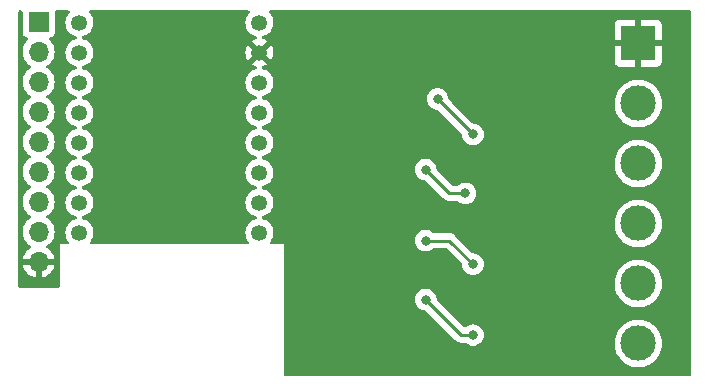
<source format=gbl>
G04 #@! TF.GenerationSoftware,KiCad,Pcbnew,6.0.11+dfsg-1*
G04 #@! TF.CreationDate,2026-01-16T17:50:55+01:00*
G04 #@! TF.ProjectId,bed-remote,6265642d-7265-46d6-9f74-652e6b696361,rev?*
G04 #@! TF.SameCoordinates,Original*
G04 #@! TF.FileFunction,Copper,L2,Bot*
G04 #@! TF.FilePolarity,Positive*
%FSLAX46Y46*%
G04 Gerber Fmt 4.6, Leading zero omitted, Abs format (unit mm)*
G04 Created by KiCad (PCBNEW 6.0.11+dfsg-1) date 2026-01-16 17:50:55*
%MOMM*%
%LPD*%
G01*
G04 APERTURE LIST*
G04 #@! TA.AperFunction,ComponentPad*
%ADD10R,1.700000X1.700000*%
G04 #@! TD*
G04 #@! TA.AperFunction,ComponentPad*
%ADD11O,1.700000X1.700000*%
G04 #@! TD*
G04 #@! TA.AperFunction,ComponentPad*
%ADD12R,3.000000X3.000000*%
G04 #@! TD*
G04 #@! TA.AperFunction,ComponentPad*
%ADD13C,3.000000*%
G04 #@! TD*
G04 #@! TA.AperFunction,ComponentPad*
%ADD14C,1.348000*%
G04 #@! TD*
G04 #@! TA.AperFunction,ViaPad*
%ADD15C,0.800000*%
G04 #@! TD*
G04 #@! TA.AperFunction,Conductor*
%ADD16C,0.250000*%
G04 #@! TD*
G04 APERTURE END LIST*
D10*
X39220000Y-21460000D03*
D11*
X39220000Y-24000000D03*
X39220000Y-26540000D03*
X39220000Y-29080000D03*
X39220000Y-31620000D03*
X39220000Y-34160000D03*
X39220000Y-36700000D03*
X39220000Y-39240000D03*
X39220000Y-41780000D03*
D12*
X90000000Y-23300000D03*
D13*
X90000000Y-28380000D03*
X90000000Y-33460000D03*
X90000000Y-38540000D03*
X90000000Y-43620000D03*
X90000000Y-48700000D03*
D14*
X57920000Y-39330000D03*
X57920000Y-36790000D03*
X57920000Y-34250000D03*
X57920000Y-31710000D03*
X57920000Y-26630000D03*
X57920000Y-29170000D03*
X42680000Y-21550000D03*
X57920000Y-21550000D03*
X42680000Y-24090000D03*
X42680000Y-26630000D03*
X42680000Y-29170000D03*
X42680000Y-31710000D03*
X42680000Y-34250000D03*
X42680000Y-36790000D03*
X42680000Y-39330000D03*
X57920000Y-24090000D03*
D15*
X76000000Y-48000000D03*
X72000000Y-45000000D03*
X72000000Y-40000000D03*
X76000000Y-42000000D03*
X72000000Y-34000000D03*
X75349500Y-36000000D03*
X76000000Y-31000000D03*
X73000000Y-28000000D03*
X67635116Y-37045109D03*
X84000000Y-30000000D03*
X67635116Y-43045109D03*
X84000000Y-35000000D03*
X84000000Y-47000000D03*
X67635116Y-31045109D03*
X84000000Y-42000000D03*
X67635116Y-48045109D03*
D16*
X75000000Y-48000000D02*
X76000000Y-48000000D01*
X72000000Y-45000000D02*
X75000000Y-48000000D01*
X72000000Y-40000000D02*
X74000000Y-40000000D01*
X74000000Y-40000000D02*
X76000000Y-42000000D01*
X72000000Y-34000000D02*
X74000000Y-36000000D01*
X74000000Y-36000000D02*
X75349500Y-36000000D01*
X73000000Y-28000000D02*
X76000000Y-31000000D01*
G04 #@! TA.AperFunction,Conductor*
G36*
X57047378Y-20528502D02*
G01*
X57093871Y-20582158D01*
X57103975Y-20652432D01*
X57074481Y-20717012D01*
X57064474Y-20727080D01*
X57062911Y-20728727D01*
X57058570Y-20732534D01*
X56924023Y-20903205D01*
X56921335Y-20908314D01*
X56825521Y-21090426D01*
X56825519Y-21090431D01*
X56822832Y-21095538D01*
X56821118Y-21101059D01*
X56760936Y-21294877D01*
X56758385Y-21303091D01*
X56732841Y-21518913D01*
X56747055Y-21735776D01*
X56800551Y-21946418D01*
X56891538Y-22143783D01*
X57016968Y-22321262D01*
X57172641Y-22472912D01*
X57177437Y-22476117D01*
X57177440Y-22476119D01*
X57285462Y-22548297D01*
X57353342Y-22593653D01*
X57358645Y-22595931D01*
X57358648Y-22595933D01*
X57521923Y-22666081D01*
X57553022Y-22679442D01*
X57600048Y-22690083D01*
X57623974Y-22695497D01*
X57686001Y-22730040D01*
X57719505Y-22792634D01*
X57713851Y-22863405D01*
X57670832Y-22919884D01*
X57623768Y-22939903D01*
X57624038Y-22940911D01*
X57607342Y-22945385D01*
X57414372Y-23016576D01*
X57403994Y-23021526D01*
X57298395Y-23084351D01*
X57288797Y-23094684D01*
X57292283Y-23103072D01*
X57907189Y-23717979D01*
X57921132Y-23725592D01*
X57922966Y-23725461D01*
X57929580Y-23721210D01*
X58543937Y-23106852D01*
X58550694Y-23094477D01*
X58544664Y-23086421D01*
X58463802Y-23035401D01*
X58453551Y-23030178D01*
X58447804Y-23027885D01*
X87992000Y-23027885D01*
X87996475Y-23043124D01*
X87997865Y-23044329D01*
X88005548Y-23046000D01*
X89727885Y-23046000D01*
X89743124Y-23041525D01*
X89744329Y-23040135D01*
X89746000Y-23032452D01*
X89746000Y-23027885D01*
X90254000Y-23027885D01*
X90258475Y-23043124D01*
X90259865Y-23044329D01*
X90267548Y-23046000D01*
X91989884Y-23046000D01*
X92005123Y-23041525D01*
X92006328Y-23040135D01*
X92007999Y-23032452D01*
X92007999Y-21755331D01*
X92007629Y-21748510D01*
X92002105Y-21697648D01*
X91998479Y-21682396D01*
X91953324Y-21561946D01*
X91944786Y-21546351D01*
X91868285Y-21444276D01*
X91855724Y-21431715D01*
X91753649Y-21355214D01*
X91738054Y-21346676D01*
X91617606Y-21301522D01*
X91602351Y-21297895D01*
X91551486Y-21292369D01*
X91544672Y-21292000D01*
X90272115Y-21292000D01*
X90256876Y-21296475D01*
X90255671Y-21297865D01*
X90254000Y-21305548D01*
X90254000Y-23027885D01*
X89746000Y-23027885D01*
X89746000Y-21310116D01*
X89741525Y-21294877D01*
X89740135Y-21293672D01*
X89732452Y-21292001D01*
X88455331Y-21292001D01*
X88448510Y-21292371D01*
X88397648Y-21297895D01*
X88382396Y-21301521D01*
X88261946Y-21346676D01*
X88246351Y-21355214D01*
X88144276Y-21431715D01*
X88131715Y-21444276D01*
X88055214Y-21546351D01*
X88046676Y-21561946D01*
X88001522Y-21682394D01*
X87997895Y-21697649D01*
X87992369Y-21748514D01*
X87992000Y-21755328D01*
X87992000Y-23027885D01*
X58447804Y-23027885D01*
X58262513Y-22953962D01*
X58251475Y-22950692D01*
X58221652Y-22944760D01*
X58158742Y-22911853D01*
X58123610Y-22850158D01*
X58127410Y-22779263D01*
X58168936Y-22721677D01*
X58205732Y-22701868D01*
X58397555Y-22636754D01*
X58397560Y-22636752D01*
X58403027Y-22634896D01*
X58472600Y-22595933D01*
X58587607Y-22531526D01*
X58587611Y-22531523D01*
X58592645Y-22528704D01*
X58597082Y-22525014D01*
X58597086Y-22525011D01*
X58755298Y-22393427D01*
X58759736Y-22389736D01*
X58820607Y-22316547D01*
X58895011Y-22227086D01*
X58895014Y-22227082D01*
X58898704Y-22222645D01*
X58901523Y-22217611D01*
X58901526Y-22217607D01*
X59002073Y-22038068D01*
X59002073Y-22038067D01*
X59004896Y-22033027D01*
X59074753Y-21827232D01*
X59075581Y-21821523D01*
X59075582Y-21821518D01*
X59105405Y-21615826D01*
X59105938Y-21612152D01*
X59107566Y-21550000D01*
X59087680Y-21333583D01*
X59079774Y-21305548D01*
X59030256Y-21129973D01*
X59030255Y-21129971D01*
X59028688Y-21124414D01*
X58932566Y-20929498D01*
X58802534Y-20755363D01*
X58771876Y-20727023D01*
X58735432Y-20666097D01*
X58737713Y-20595137D01*
X58777995Y-20536674D01*
X58843490Y-20509271D01*
X58857406Y-20508500D01*
X94365500Y-20508500D01*
X94433621Y-20528502D01*
X94480114Y-20582158D01*
X94491500Y-20634500D01*
X94491500Y-51365500D01*
X94471498Y-51433621D01*
X94417842Y-51480114D01*
X94365500Y-51491500D01*
X60126000Y-51491500D01*
X60057879Y-51471498D01*
X60011386Y-51417842D01*
X60000000Y-51365500D01*
X60000000Y-45000000D01*
X71086496Y-45000000D01*
X71106458Y-45189928D01*
X71165473Y-45371556D01*
X71260960Y-45536944D01*
X71388747Y-45678866D01*
X71543248Y-45791118D01*
X71549276Y-45793802D01*
X71549278Y-45793803D01*
X71711681Y-45866109D01*
X71717712Y-45868794D01*
X71811112Y-45888647D01*
X71898056Y-45907128D01*
X71898061Y-45907128D01*
X71904513Y-45908500D01*
X71960406Y-45908500D01*
X72028527Y-45928502D01*
X72049501Y-45945405D01*
X74496343Y-48392247D01*
X74503887Y-48400537D01*
X74508000Y-48407018D01*
X74513777Y-48412443D01*
X74557667Y-48453658D01*
X74560509Y-48456413D01*
X74580231Y-48476135D01*
X74583373Y-48478572D01*
X74583433Y-48478619D01*
X74592445Y-48486317D01*
X74618036Y-48510347D01*
X74624679Y-48516586D01*
X74631622Y-48520403D01*
X74642431Y-48526345D01*
X74658953Y-48537198D01*
X74674959Y-48549614D01*
X74682237Y-48552764D01*
X74682238Y-48552764D01*
X74715537Y-48567174D01*
X74726187Y-48572391D01*
X74764940Y-48593695D01*
X74772615Y-48595666D01*
X74772616Y-48595666D01*
X74784562Y-48598733D01*
X74803267Y-48605137D01*
X74821855Y-48613181D01*
X74829678Y-48614420D01*
X74829688Y-48614423D01*
X74865524Y-48620099D01*
X74877144Y-48622505D01*
X74912289Y-48631528D01*
X74919970Y-48633500D01*
X74940224Y-48633500D01*
X74959934Y-48635051D01*
X74979943Y-48638220D01*
X74987835Y-48637474D01*
X75023961Y-48634059D01*
X75035819Y-48633500D01*
X75291800Y-48633500D01*
X75359921Y-48653502D01*
X75379147Y-48669843D01*
X75379420Y-48669540D01*
X75384332Y-48673963D01*
X75388747Y-48678866D01*
X75543248Y-48791118D01*
X75549276Y-48793802D01*
X75549278Y-48793803D01*
X75711681Y-48866109D01*
X75717712Y-48868794D01*
X75811112Y-48888647D01*
X75898056Y-48907128D01*
X75898061Y-48907128D01*
X75904513Y-48908500D01*
X76095487Y-48908500D01*
X76101939Y-48907128D01*
X76101944Y-48907128D01*
X76188888Y-48888647D01*
X76282288Y-48868794D01*
X76288319Y-48866109D01*
X76450722Y-48793803D01*
X76450724Y-48793802D01*
X76456752Y-48791118D01*
X76611181Y-48678918D01*
X87986917Y-48678918D01*
X88002682Y-48952320D01*
X88003507Y-48956525D01*
X88003508Y-48956533D01*
X88014127Y-49010657D01*
X88055405Y-49221053D01*
X88056792Y-49225103D01*
X88056793Y-49225108D01*
X88077605Y-49285895D01*
X88144112Y-49480144D01*
X88267160Y-49724799D01*
X88269586Y-49728328D01*
X88269589Y-49728334D01*
X88419843Y-49946953D01*
X88422274Y-49950490D01*
X88606582Y-50153043D01*
X88816675Y-50328707D01*
X88820316Y-50330991D01*
X89045024Y-50471951D01*
X89045028Y-50471953D01*
X89048664Y-50474234D01*
X89116544Y-50504883D01*
X89294345Y-50585164D01*
X89294349Y-50585166D01*
X89298257Y-50586930D01*
X89302377Y-50588150D01*
X89302376Y-50588150D01*
X89556723Y-50663491D01*
X89556727Y-50663492D01*
X89560836Y-50664709D01*
X89565070Y-50665357D01*
X89565075Y-50665358D01*
X89827298Y-50705483D01*
X89827300Y-50705483D01*
X89831540Y-50706132D01*
X89970912Y-50708322D01*
X90101071Y-50710367D01*
X90101077Y-50710367D01*
X90105362Y-50710434D01*
X90377235Y-50677534D01*
X90642127Y-50608041D01*
X90646087Y-50606401D01*
X90646092Y-50606399D01*
X90768631Y-50555641D01*
X90895136Y-50503241D01*
X91131582Y-50365073D01*
X91347089Y-50196094D01*
X91388809Y-50153043D01*
X91534686Y-50002509D01*
X91537669Y-49999431D01*
X91540202Y-49995983D01*
X91540206Y-49995978D01*
X91697257Y-49782178D01*
X91699795Y-49778723D01*
X91727154Y-49728334D01*
X91828418Y-49541830D01*
X91828419Y-49541828D01*
X91830468Y-49538054D01*
X91927269Y-49281877D01*
X91988407Y-49014933D01*
X91998029Y-48907128D01*
X92012531Y-48744627D01*
X92012531Y-48744625D01*
X92012751Y-48742161D01*
X92013193Y-48700000D01*
X92011465Y-48674648D01*
X91994859Y-48431055D01*
X91994858Y-48431049D01*
X91994567Y-48426778D01*
X91939032Y-48158612D01*
X91847617Y-47900465D01*
X91722013Y-47657112D01*
X91712040Y-47642921D01*
X91589647Y-47468774D01*
X91564545Y-47433057D01*
X91378125Y-47232445D01*
X91374810Y-47229731D01*
X91374806Y-47229728D01*
X91244069Y-47122721D01*
X91166205Y-47058990D01*
X90932704Y-46915901D01*
X90928768Y-46914173D01*
X90685873Y-46807549D01*
X90685869Y-46807548D01*
X90681945Y-46805825D01*
X90418566Y-46730800D01*
X90414324Y-46730196D01*
X90414318Y-46730195D01*
X90213834Y-46701662D01*
X90147443Y-46692213D01*
X90003589Y-46691460D01*
X89877877Y-46690802D01*
X89877871Y-46690802D01*
X89873591Y-46690780D01*
X89869347Y-46691339D01*
X89869343Y-46691339D01*
X89750302Y-46707011D01*
X89602078Y-46726525D01*
X89597938Y-46727658D01*
X89597936Y-46727658D01*
X89525008Y-46747609D01*
X89337928Y-46798788D01*
X89333980Y-46800472D01*
X89089982Y-46904546D01*
X89089978Y-46904548D01*
X89086030Y-46906232D01*
X89066125Y-46918145D01*
X88854725Y-47044664D01*
X88854721Y-47044667D01*
X88851043Y-47046868D01*
X88637318Y-47218094D01*
X88448808Y-47416742D01*
X88289002Y-47639136D01*
X88160857Y-47881161D01*
X88159385Y-47885184D01*
X88159383Y-47885188D01*
X88114965Y-48006565D01*
X88066743Y-48138337D01*
X88008404Y-48405907D01*
X88008068Y-48410177D01*
X87992339Y-48610033D01*
X87986917Y-48678918D01*
X76611181Y-48678918D01*
X76611253Y-48678866D01*
X76647851Y-48638220D01*
X76734621Y-48541852D01*
X76734622Y-48541851D01*
X76739040Y-48536944D01*
X76800175Y-48431055D01*
X76831223Y-48377279D01*
X76831224Y-48377278D01*
X76834527Y-48371556D01*
X76893542Y-48189928D01*
X76896834Y-48158612D01*
X76912814Y-48006565D01*
X76913504Y-48000000D01*
X76893542Y-47810072D01*
X76834527Y-47628444D01*
X76739040Y-47463056D01*
X76694540Y-47413633D01*
X76615675Y-47326045D01*
X76615674Y-47326044D01*
X76611253Y-47321134D01*
X76456752Y-47208882D01*
X76450724Y-47206198D01*
X76450722Y-47206197D01*
X76288319Y-47133891D01*
X76288318Y-47133891D01*
X76282288Y-47131206D01*
X76188887Y-47111353D01*
X76101944Y-47092872D01*
X76101939Y-47092872D01*
X76095487Y-47091500D01*
X75904513Y-47091500D01*
X75898061Y-47092872D01*
X75898056Y-47092872D01*
X75811113Y-47111353D01*
X75717712Y-47131206D01*
X75711682Y-47133891D01*
X75711681Y-47133891D01*
X75549278Y-47206197D01*
X75549276Y-47206198D01*
X75543248Y-47208882D01*
X75388747Y-47321134D01*
X75386601Y-47323517D01*
X75323726Y-47353688D01*
X75253273Y-47344922D01*
X75214333Y-47318429D01*
X72947122Y-45051217D01*
X72913096Y-44988905D01*
X72910907Y-44975292D01*
X72894232Y-44816635D01*
X72894232Y-44816633D01*
X72893542Y-44810072D01*
X72834527Y-44628444D01*
X72739040Y-44463056D01*
X72730919Y-44454036D01*
X72615675Y-44326045D01*
X72615674Y-44326044D01*
X72611253Y-44321134D01*
X72456752Y-44208882D01*
X72450724Y-44206198D01*
X72450722Y-44206197D01*
X72288319Y-44133891D01*
X72288318Y-44133891D01*
X72282288Y-44131206D01*
X72188887Y-44111353D01*
X72101944Y-44092872D01*
X72101939Y-44092872D01*
X72095487Y-44091500D01*
X71904513Y-44091500D01*
X71898061Y-44092872D01*
X71898056Y-44092872D01*
X71811112Y-44111353D01*
X71717712Y-44131206D01*
X71711682Y-44133891D01*
X71711681Y-44133891D01*
X71549278Y-44206197D01*
X71549276Y-44206198D01*
X71543248Y-44208882D01*
X71388747Y-44321134D01*
X71384326Y-44326044D01*
X71384325Y-44326045D01*
X71269082Y-44454036D01*
X71260960Y-44463056D01*
X71165473Y-44628444D01*
X71106458Y-44810072D01*
X71105768Y-44816633D01*
X71105768Y-44816635D01*
X71089093Y-44975292D01*
X71086496Y-45000000D01*
X60000000Y-45000000D01*
X60000000Y-43598918D01*
X87986917Y-43598918D01*
X88002682Y-43872320D01*
X88003507Y-43876525D01*
X88003508Y-43876533D01*
X88014127Y-43930657D01*
X88055405Y-44141053D01*
X88056792Y-44145103D01*
X88056793Y-44145108D01*
X88118742Y-44326045D01*
X88144112Y-44400144D01*
X88267160Y-44644799D01*
X88269586Y-44648328D01*
X88269589Y-44648334D01*
X88385260Y-44816635D01*
X88422274Y-44870490D01*
X88606582Y-45073043D01*
X88816675Y-45248707D01*
X88820316Y-45250991D01*
X89045024Y-45391951D01*
X89045028Y-45391953D01*
X89048664Y-45394234D01*
X89116544Y-45424883D01*
X89294345Y-45505164D01*
X89294349Y-45505166D01*
X89298257Y-45506930D01*
X89302377Y-45508150D01*
X89302376Y-45508150D01*
X89556723Y-45583491D01*
X89556727Y-45583492D01*
X89560836Y-45584709D01*
X89565070Y-45585357D01*
X89565075Y-45585358D01*
X89827298Y-45625483D01*
X89827300Y-45625483D01*
X89831540Y-45626132D01*
X89970912Y-45628322D01*
X90101071Y-45630367D01*
X90101077Y-45630367D01*
X90105362Y-45630434D01*
X90377235Y-45597534D01*
X90642127Y-45528041D01*
X90646087Y-45526401D01*
X90646092Y-45526399D01*
X90768631Y-45475641D01*
X90895136Y-45423241D01*
X91131582Y-45285073D01*
X91347089Y-45116094D01*
X91388809Y-45073043D01*
X91534686Y-44922509D01*
X91537669Y-44919431D01*
X91540202Y-44915983D01*
X91540206Y-44915978D01*
X91697257Y-44702178D01*
X91699795Y-44698723D01*
X91727154Y-44648334D01*
X91828418Y-44461830D01*
X91828419Y-44461828D01*
X91830468Y-44458054D01*
X91927269Y-44201877D01*
X91973505Y-44000000D01*
X91987449Y-43939117D01*
X91987450Y-43939113D01*
X91988407Y-43934933D01*
X92012751Y-43662161D01*
X92013193Y-43620000D01*
X91994567Y-43346778D01*
X91939032Y-43078612D01*
X91847617Y-42820465D01*
X91722013Y-42577112D01*
X91712040Y-42562921D01*
X91567008Y-42356562D01*
X91564545Y-42353057D01*
X91418790Y-42196206D01*
X91381046Y-42155588D01*
X91381043Y-42155585D01*
X91378125Y-42152445D01*
X91374810Y-42149731D01*
X91374806Y-42149728D01*
X91244069Y-42042721D01*
X91166205Y-41978990D01*
X90932704Y-41835901D01*
X90928768Y-41834173D01*
X90685873Y-41727549D01*
X90685869Y-41727548D01*
X90681945Y-41725825D01*
X90418566Y-41650800D01*
X90414324Y-41650196D01*
X90414318Y-41650195D01*
X90213834Y-41621662D01*
X90147443Y-41612213D01*
X90003589Y-41611460D01*
X89877877Y-41610802D01*
X89877871Y-41610802D01*
X89873591Y-41610780D01*
X89869347Y-41611339D01*
X89869343Y-41611339D01*
X89782889Y-41622721D01*
X89602078Y-41646525D01*
X89597938Y-41647658D01*
X89597936Y-41647658D01*
X89525008Y-41667609D01*
X89337928Y-41718788D01*
X89333980Y-41720472D01*
X89089982Y-41824546D01*
X89089978Y-41824548D01*
X89086030Y-41826232D01*
X89066125Y-41838145D01*
X88854725Y-41964664D01*
X88854721Y-41964667D01*
X88851043Y-41966868D01*
X88637318Y-42138094D01*
X88448808Y-42336742D01*
X88289002Y-42559136D01*
X88160857Y-42801161D01*
X88159385Y-42805184D01*
X88159383Y-42805188D01*
X88127279Y-42892916D01*
X88066743Y-43058337D01*
X88008404Y-43325907D01*
X87986917Y-43598918D01*
X60000000Y-43598918D01*
X60000000Y-40300000D01*
X58920072Y-40300000D01*
X58851951Y-40279998D01*
X58805458Y-40226342D01*
X58795354Y-40156068D01*
X58823198Y-40093431D01*
X58860159Y-40048990D01*
X58898704Y-40002645D01*
X58900185Y-40000000D01*
X71086496Y-40000000D01*
X71087186Y-40006565D01*
X71104468Y-40170991D01*
X71106458Y-40189928D01*
X71165473Y-40371556D01*
X71260960Y-40536944D01*
X71265378Y-40541851D01*
X71265379Y-40541852D01*
X71319314Y-40601753D01*
X71388747Y-40678866D01*
X71543248Y-40791118D01*
X71549276Y-40793802D01*
X71549278Y-40793803D01*
X71711681Y-40866109D01*
X71717712Y-40868794D01*
X71811112Y-40888647D01*
X71898056Y-40907128D01*
X71898061Y-40907128D01*
X71904513Y-40908500D01*
X72095487Y-40908500D01*
X72101939Y-40907128D01*
X72101944Y-40907128D01*
X72188888Y-40888647D01*
X72282288Y-40868794D01*
X72288319Y-40866109D01*
X72450722Y-40793803D01*
X72450724Y-40793802D01*
X72456752Y-40791118D01*
X72611253Y-40678866D01*
X72615668Y-40673963D01*
X72620580Y-40669540D01*
X72621705Y-40670789D01*
X72675014Y-40637949D01*
X72708200Y-40633500D01*
X73685406Y-40633500D01*
X73753527Y-40653502D01*
X73774501Y-40670405D01*
X75052878Y-41948783D01*
X75086904Y-42011095D01*
X75089093Y-42024706D01*
X75093100Y-42062837D01*
X75105672Y-42182446D01*
X75106458Y-42189928D01*
X75165473Y-42371556D01*
X75260960Y-42536944D01*
X75265378Y-42541851D01*
X75265379Y-42541852D01*
X75384325Y-42673955D01*
X75388747Y-42678866D01*
X75543248Y-42791118D01*
X75549276Y-42793802D01*
X75549278Y-42793803D01*
X75616635Y-42823792D01*
X75717712Y-42868794D01*
X75811112Y-42888647D01*
X75898056Y-42907128D01*
X75898061Y-42907128D01*
X75904513Y-42908500D01*
X76095487Y-42908500D01*
X76101939Y-42907128D01*
X76101944Y-42907128D01*
X76188887Y-42888647D01*
X76282288Y-42868794D01*
X76383365Y-42823792D01*
X76450722Y-42793803D01*
X76450724Y-42793802D01*
X76456752Y-42791118D01*
X76611253Y-42678866D01*
X76615675Y-42673955D01*
X76734621Y-42541852D01*
X76734622Y-42541851D01*
X76739040Y-42536944D01*
X76834527Y-42371556D01*
X76893542Y-42189928D01*
X76894329Y-42182446D01*
X76912814Y-42006565D01*
X76913504Y-42000000D01*
X76896075Y-41834173D01*
X76894232Y-41816635D01*
X76894232Y-41816633D01*
X76893542Y-41810072D01*
X76834527Y-41628444D01*
X76824652Y-41611339D01*
X76768558Y-41514183D01*
X76739040Y-41463056D01*
X76611253Y-41321134D01*
X76456752Y-41208882D01*
X76450724Y-41206198D01*
X76450722Y-41206197D01*
X76288319Y-41133891D01*
X76288318Y-41133891D01*
X76282288Y-41131206D01*
X76188887Y-41111353D01*
X76101944Y-41092872D01*
X76101939Y-41092872D01*
X76095487Y-41091500D01*
X76039594Y-41091500D01*
X75971473Y-41071498D01*
X75950499Y-41054595D01*
X75240788Y-40344883D01*
X74503652Y-39607747D01*
X74496112Y-39599461D01*
X74492000Y-39592982D01*
X74442348Y-39546356D01*
X74439507Y-39543602D01*
X74419770Y-39523865D01*
X74416573Y-39521385D01*
X74407551Y-39513680D01*
X74381100Y-39488841D01*
X74375321Y-39483414D01*
X74368375Y-39479595D01*
X74368372Y-39479593D01*
X74357566Y-39473652D01*
X74341047Y-39462801D01*
X74335048Y-39458148D01*
X74325041Y-39450386D01*
X74317772Y-39447241D01*
X74317768Y-39447238D01*
X74284463Y-39432826D01*
X74273813Y-39427609D01*
X74235060Y-39406305D01*
X74215437Y-39401267D01*
X74196734Y-39394863D01*
X74185420Y-39389967D01*
X74185419Y-39389967D01*
X74178145Y-39386819D01*
X74170322Y-39385580D01*
X74170312Y-39385577D01*
X74134476Y-39379901D01*
X74122856Y-39377495D01*
X74087711Y-39368472D01*
X74087710Y-39368472D01*
X74080030Y-39366500D01*
X74059776Y-39366500D01*
X74040065Y-39364949D01*
X74027886Y-39363020D01*
X74020057Y-39361780D01*
X74012165Y-39362526D01*
X73976039Y-39365941D01*
X73964181Y-39366500D01*
X72708200Y-39366500D01*
X72640079Y-39346498D01*
X72620853Y-39330157D01*
X72620580Y-39330460D01*
X72615668Y-39326037D01*
X72611253Y-39321134D01*
X72456752Y-39208882D01*
X72450724Y-39206198D01*
X72450722Y-39206197D01*
X72288319Y-39133891D01*
X72288318Y-39133891D01*
X72282288Y-39131206D01*
X72188887Y-39111353D01*
X72101944Y-39092872D01*
X72101939Y-39092872D01*
X72095487Y-39091500D01*
X71904513Y-39091500D01*
X71898061Y-39092872D01*
X71898056Y-39092872D01*
X71811113Y-39111353D01*
X71717712Y-39131206D01*
X71711682Y-39133891D01*
X71711681Y-39133891D01*
X71549278Y-39206197D01*
X71549276Y-39206198D01*
X71543248Y-39208882D01*
X71388747Y-39321134D01*
X71384326Y-39326044D01*
X71384325Y-39326045D01*
X71275203Y-39447238D01*
X71260960Y-39463056D01*
X71165473Y-39628444D01*
X71106458Y-39810072D01*
X71105768Y-39816633D01*
X71105768Y-39816635D01*
X71103735Y-39835978D01*
X71086496Y-40000000D01*
X58900185Y-40000000D01*
X58901523Y-39997611D01*
X58901526Y-39997607D01*
X59002073Y-39818068D01*
X59002073Y-39818067D01*
X59004896Y-39813027D01*
X59040487Y-39708177D01*
X59072897Y-39612701D01*
X59072898Y-39612696D01*
X59074753Y-39607232D01*
X59075581Y-39601523D01*
X59075582Y-39601518D01*
X59096790Y-39455242D01*
X59105938Y-39392152D01*
X59107566Y-39330000D01*
X59089546Y-39133891D01*
X59088209Y-39119337D01*
X59088208Y-39119334D01*
X59087680Y-39113583D01*
X59079081Y-39083091D01*
X59030256Y-38909973D01*
X59030255Y-38909971D01*
X59028688Y-38904414D01*
X58980018Y-38805720D01*
X58935121Y-38714679D01*
X58932566Y-38709498D01*
X58802534Y-38535363D01*
X58784744Y-38518918D01*
X87986917Y-38518918D01*
X88002682Y-38792320D01*
X88003507Y-38796525D01*
X88003508Y-38796533D01*
X88024674Y-38904414D01*
X88055405Y-39061053D01*
X88056792Y-39065103D01*
X88056793Y-39065108D01*
X88134879Y-39293178D01*
X88144112Y-39320144D01*
X88196621Y-39424547D01*
X88257885Y-39546357D01*
X88267160Y-39564799D01*
X88269586Y-39568328D01*
X88269589Y-39568334D01*
X88392008Y-39746453D01*
X88422274Y-39790490D01*
X88606582Y-39993043D01*
X88609877Y-39995798D01*
X88609878Y-39995799D01*
X88618066Y-40002645D01*
X88816675Y-40168707D01*
X88820316Y-40170991D01*
X89045024Y-40311951D01*
X89045028Y-40311953D01*
X89048664Y-40314234D01*
X89116544Y-40344883D01*
X89294345Y-40425164D01*
X89294349Y-40425166D01*
X89298257Y-40426930D01*
X89361393Y-40445632D01*
X89556723Y-40503491D01*
X89556727Y-40503492D01*
X89560836Y-40504709D01*
X89565070Y-40505357D01*
X89565075Y-40505358D01*
X89827298Y-40545483D01*
X89827300Y-40545483D01*
X89831540Y-40546132D01*
X89970912Y-40548322D01*
X90101071Y-40550367D01*
X90101077Y-40550367D01*
X90105362Y-40550434D01*
X90377235Y-40517534D01*
X90642127Y-40448041D01*
X90646087Y-40446401D01*
X90646092Y-40446399D01*
X90812961Y-40377279D01*
X90895136Y-40343241D01*
X91013359Y-40274157D01*
X91127879Y-40207237D01*
X91127880Y-40207236D01*
X91131582Y-40205073D01*
X91347089Y-40036094D01*
X91379504Y-40002645D01*
X91522954Y-39854616D01*
X91537669Y-39839431D01*
X91540202Y-39835983D01*
X91540206Y-39835978D01*
X91697257Y-39622178D01*
X91699795Y-39618723D01*
X91703065Y-39612701D01*
X91828418Y-39381830D01*
X91828419Y-39381828D01*
X91830468Y-39378054D01*
X91897159Y-39201562D01*
X91925751Y-39125895D01*
X91925752Y-39125891D01*
X91927269Y-39121877D01*
X91975801Y-38909973D01*
X91987449Y-38859117D01*
X91987450Y-38859113D01*
X91988407Y-38854933D01*
X91995604Y-38774297D01*
X92012531Y-38584627D01*
X92012531Y-38584625D01*
X92012751Y-38582161D01*
X92013193Y-38540000D01*
X92004509Y-38412617D01*
X91994859Y-38271055D01*
X91994858Y-38271049D01*
X91994567Y-38266778D01*
X91939032Y-37998612D01*
X91847617Y-37740465D01*
X91722013Y-37497112D01*
X91712040Y-37482921D01*
X91593753Y-37314616D01*
X91564545Y-37273057D01*
X91415277Y-37112425D01*
X91381046Y-37075588D01*
X91381043Y-37075585D01*
X91378125Y-37072445D01*
X91374810Y-37069731D01*
X91374806Y-37069728D01*
X91177824Y-36908500D01*
X91166205Y-36898990D01*
X90982319Y-36786305D01*
X90936366Y-36758145D01*
X90936365Y-36758145D01*
X90932704Y-36755901D01*
X90926501Y-36753178D01*
X90685873Y-36647549D01*
X90685869Y-36647548D01*
X90681945Y-36645825D01*
X90418566Y-36570800D01*
X90414324Y-36570196D01*
X90414318Y-36570195D01*
X90180684Y-36536944D01*
X90147443Y-36532213D01*
X90003589Y-36531460D01*
X89877877Y-36530802D01*
X89877871Y-36530802D01*
X89873591Y-36530780D01*
X89869347Y-36531339D01*
X89869343Y-36531339D01*
X89767416Y-36544758D01*
X89602078Y-36566525D01*
X89597938Y-36567658D01*
X89597936Y-36567658D01*
X89580617Y-36572396D01*
X89337928Y-36638788D01*
X89333980Y-36640472D01*
X89089982Y-36744546D01*
X89089978Y-36744548D01*
X89086030Y-36746232D01*
X89012899Y-36790000D01*
X88854725Y-36884664D01*
X88854721Y-36884667D01*
X88851043Y-36886868D01*
X88637318Y-37058094D01*
X88620717Y-37075588D01*
X88496531Y-37206453D01*
X88448808Y-37256742D01*
X88289002Y-37479136D01*
X88160857Y-37721161D01*
X88159385Y-37725184D01*
X88159383Y-37725188D01*
X88125919Y-37816632D01*
X88066743Y-37978337D01*
X88008404Y-38245907D01*
X87986917Y-38518918D01*
X58784744Y-38518918D01*
X58665052Y-38408277D01*
X58647185Y-38391761D01*
X58647183Y-38391760D01*
X58642944Y-38387841D01*
X58638063Y-38384761D01*
X58638060Y-38384759D01*
X58464030Y-38274954D01*
X58459144Y-38271871D01*
X58453784Y-38269733D01*
X58453779Y-38269730D01*
X58330720Y-38220635D01*
X58257287Y-38191338D01*
X58228276Y-38185567D01*
X58222598Y-38184438D01*
X58159689Y-38151530D01*
X58124557Y-38089835D01*
X58128357Y-38018940D01*
X58169883Y-37961354D01*
X58206678Y-37941547D01*
X58403027Y-37874896D01*
X58408068Y-37872073D01*
X58587607Y-37771526D01*
X58587611Y-37771523D01*
X58592645Y-37768704D01*
X58597082Y-37765014D01*
X58597086Y-37765011D01*
X58755298Y-37633427D01*
X58759736Y-37629736D01*
X58820607Y-37556547D01*
X58895011Y-37467086D01*
X58895014Y-37467082D01*
X58898704Y-37462645D01*
X58901523Y-37457611D01*
X58901526Y-37457607D01*
X59002073Y-37278068D01*
X59002073Y-37278067D01*
X59004896Y-37273027D01*
X59040487Y-37168177D01*
X59072897Y-37072701D01*
X59072898Y-37072696D01*
X59074753Y-37067232D01*
X59075581Y-37061523D01*
X59075582Y-37061518D01*
X59099759Y-36894767D01*
X59105938Y-36852152D01*
X59107566Y-36790000D01*
X59093186Y-36633500D01*
X59088209Y-36579337D01*
X59088208Y-36579334D01*
X59087680Y-36573583D01*
X59085873Y-36567174D01*
X59030256Y-36369973D01*
X59030255Y-36369971D01*
X59028688Y-36364414D01*
X58980018Y-36265720D01*
X58935121Y-36174679D01*
X58932566Y-36169498D01*
X58802534Y-35995363D01*
X58665052Y-35868277D01*
X58647185Y-35851761D01*
X58647183Y-35851760D01*
X58642944Y-35847841D01*
X58638063Y-35844761D01*
X58638060Y-35844759D01*
X58464030Y-35734954D01*
X58459144Y-35731871D01*
X58453784Y-35729733D01*
X58453779Y-35729730D01*
X58330720Y-35680635D01*
X58257287Y-35651338D01*
X58228276Y-35645567D01*
X58222598Y-35644438D01*
X58159689Y-35611530D01*
X58124557Y-35549835D01*
X58128357Y-35478940D01*
X58169883Y-35421354D01*
X58206678Y-35401547D01*
X58403027Y-35334896D01*
X58408068Y-35332073D01*
X58587607Y-35231526D01*
X58587611Y-35231523D01*
X58592645Y-35228704D01*
X58597082Y-35225014D01*
X58597086Y-35225011D01*
X58755298Y-35093427D01*
X58759736Y-35089736D01*
X58820607Y-35016547D01*
X58895011Y-34927086D01*
X58895014Y-34927082D01*
X58898704Y-34922645D01*
X58901523Y-34917611D01*
X58901526Y-34917607D01*
X59002073Y-34738068D01*
X59002073Y-34738067D01*
X59004896Y-34733027D01*
X59040487Y-34628177D01*
X59072897Y-34532701D01*
X59072898Y-34532696D01*
X59074753Y-34527232D01*
X59075581Y-34521523D01*
X59075582Y-34521518D01*
X59099759Y-34354767D01*
X59105938Y-34312152D01*
X59107566Y-34250000D01*
X59095249Y-34115956D01*
X59088209Y-34039337D01*
X59088208Y-34039334D01*
X59087680Y-34033583D01*
X59079081Y-34003091D01*
X59078209Y-34000000D01*
X71086496Y-34000000D01*
X71087186Y-34006565D01*
X71099273Y-34121562D01*
X71106458Y-34189928D01*
X71165473Y-34371556D01*
X71260960Y-34536944D01*
X71388747Y-34678866D01*
X71463293Y-34733027D01*
X71526597Y-34779020D01*
X71543248Y-34791118D01*
X71549276Y-34793802D01*
X71549278Y-34793803D01*
X71702625Y-34862077D01*
X71717712Y-34868794D01*
X71811113Y-34888647D01*
X71898056Y-34907128D01*
X71898061Y-34907128D01*
X71904513Y-34908500D01*
X71960406Y-34908500D01*
X72028527Y-34928502D01*
X72049501Y-34945405D01*
X73496348Y-36392253D01*
X73503888Y-36400539D01*
X73508000Y-36407018D01*
X73513777Y-36412443D01*
X73557651Y-36453643D01*
X73560493Y-36456398D01*
X73580230Y-36476135D01*
X73583427Y-36478615D01*
X73592447Y-36486318D01*
X73624679Y-36516586D01*
X73631625Y-36520405D01*
X73631628Y-36520407D01*
X73642434Y-36526348D01*
X73658953Y-36537199D01*
X73674959Y-36549614D01*
X73682228Y-36552759D01*
X73682232Y-36552762D01*
X73715537Y-36567174D01*
X73726187Y-36572391D01*
X73764940Y-36593695D01*
X73772615Y-36595666D01*
X73772616Y-36595666D01*
X73784562Y-36598733D01*
X73803267Y-36605137D01*
X73821855Y-36613181D01*
X73829678Y-36614420D01*
X73829688Y-36614423D01*
X73865524Y-36620099D01*
X73877144Y-36622505D01*
X73912289Y-36631528D01*
X73919970Y-36633500D01*
X73940224Y-36633500D01*
X73959934Y-36635051D01*
X73979943Y-36638220D01*
X73987835Y-36637474D01*
X74023961Y-36634059D01*
X74035819Y-36633500D01*
X74641300Y-36633500D01*
X74709421Y-36653502D01*
X74728647Y-36669843D01*
X74728920Y-36669540D01*
X74733832Y-36673963D01*
X74738247Y-36678866D01*
X74759829Y-36694546D01*
X74886124Y-36786305D01*
X74892748Y-36791118D01*
X74898776Y-36793802D01*
X74898778Y-36793803D01*
X75029833Y-36852152D01*
X75067212Y-36868794D01*
X75152243Y-36886868D01*
X75247556Y-36907128D01*
X75247561Y-36907128D01*
X75254013Y-36908500D01*
X75444987Y-36908500D01*
X75451439Y-36907128D01*
X75451444Y-36907128D01*
X75546757Y-36886868D01*
X75631788Y-36868794D01*
X75669167Y-36852152D01*
X75800222Y-36793803D01*
X75800224Y-36793802D01*
X75806252Y-36791118D01*
X75812877Y-36786305D01*
X75927033Y-36703365D01*
X75960753Y-36678866D01*
X75997859Y-36637656D01*
X76084121Y-36541852D01*
X76084122Y-36541851D01*
X76088540Y-36536944D01*
X76184027Y-36371556D01*
X76243042Y-36189928D01*
X76263004Y-36000000D01*
X76247012Y-35847841D01*
X76243732Y-35816635D01*
X76243732Y-35816633D01*
X76243042Y-35810072D01*
X76184027Y-35628444D01*
X76178918Y-35619594D01*
X76146309Y-35563115D01*
X76088540Y-35463056D01*
X76064580Y-35436445D01*
X75965175Y-35326045D01*
X75965174Y-35326044D01*
X75960753Y-35321134D01*
X75806252Y-35208882D01*
X75800224Y-35206198D01*
X75800222Y-35206197D01*
X75637819Y-35133891D01*
X75637818Y-35133891D01*
X75631788Y-35131206D01*
X75538387Y-35111353D01*
X75451444Y-35092872D01*
X75451439Y-35092872D01*
X75444987Y-35091500D01*
X75254013Y-35091500D01*
X75247561Y-35092872D01*
X75247556Y-35092872D01*
X75160613Y-35111353D01*
X75067212Y-35131206D01*
X75061182Y-35133891D01*
X75061181Y-35133891D01*
X74898778Y-35206197D01*
X74898776Y-35206198D01*
X74892748Y-35208882D01*
X74887407Y-35212762D01*
X74887406Y-35212763D01*
X74795906Y-35279242D01*
X74738247Y-35321134D01*
X74733832Y-35326037D01*
X74728920Y-35330460D01*
X74727795Y-35329211D01*
X74674486Y-35362051D01*
X74641300Y-35366500D01*
X74314594Y-35366500D01*
X74246473Y-35346498D01*
X74225499Y-35329595D01*
X72947122Y-34051217D01*
X72913096Y-33988905D01*
X72910907Y-33975292D01*
X72894232Y-33816635D01*
X72894232Y-33816633D01*
X72893542Y-33810072D01*
X72834527Y-33628444D01*
X72739040Y-33463056D01*
X72734055Y-33457519D01*
X72717307Y-33438918D01*
X87986917Y-33438918D01*
X88002682Y-33712320D01*
X88003507Y-33716525D01*
X88003508Y-33716533D01*
X88024674Y-33824414D01*
X88055405Y-33981053D01*
X88056792Y-33985103D01*
X88056793Y-33985108D01*
X88134879Y-34213178D01*
X88144112Y-34240144D01*
X88146039Y-34243975D01*
X88245322Y-34441378D01*
X88267160Y-34484799D01*
X88269586Y-34488328D01*
X88269589Y-34488334D01*
X88392008Y-34666453D01*
X88422274Y-34710490D01*
X88425161Y-34713663D01*
X88425162Y-34713664D01*
X88538788Y-34838538D01*
X88606582Y-34913043D01*
X88609877Y-34915798D01*
X88609878Y-34915799D01*
X88618066Y-34922645D01*
X88816675Y-35088707D01*
X88820316Y-35090991D01*
X89045024Y-35231951D01*
X89045028Y-35231953D01*
X89048664Y-35234234D01*
X89116544Y-35264883D01*
X89294345Y-35345164D01*
X89294349Y-35345166D01*
X89298257Y-35346930D01*
X89302377Y-35348150D01*
X89302376Y-35348150D01*
X89556723Y-35423491D01*
X89556727Y-35423492D01*
X89560836Y-35424709D01*
X89565070Y-35425357D01*
X89565075Y-35425358D01*
X89827298Y-35465483D01*
X89827300Y-35465483D01*
X89831540Y-35466132D01*
X89970912Y-35468322D01*
X90101071Y-35470367D01*
X90101077Y-35470367D01*
X90105362Y-35470434D01*
X90377235Y-35437534D01*
X90642127Y-35368041D01*
X90646087Y-35366401D01*
X90646092Y-35366399D01*
X90768631Y-35315641D01*
X90895136Y-35263241D01*
X91044227Y-35176119D01*
X91127879Y-35127237D01*
X91127880Y-35127236D01*
X91131582Y-35125073D01*
X91347089Y-34956094D01*
X91357448Y-34945405D01*
X91522954Y-34774616D01*
X91537669Y-34759431D01*
X91540202Y-34755983D01*
X91540206Y-34755978D01*
X91697257Y-34542178D01*
X91699795Y-34538723D01*
X91727154Y-34488334D01*
X91828418Y-34301830D01*
X91828419Y-34301828D01*
X91830468Y-34298054D01*
X91927269Y-34041877D01*
X91975801Y-33829973D01*
X91987449Y-33779117D01*
X91987450Y-33779113D01*
X91988407Y-33774933D01*
X91995604Y-33694297D01*
X92012531Y-33504627D01*
X92012531Y-33504625D01*
X92012751Y-33502161D01*
X92013193Y-33460000D01*
X92004509Y-33332617D01*
X91994859Y-33191055D01*
X91994858Y-33191049D01*
X91994567Y-33186778D01*
X91983059Y-33131206D01*
X91960464Y-33022104D01*
X91939032Y-32918612D01*
X91847617Y-32660465D01*
X91722013Y-32417112D01*
X91712040Y-32402921D01*
X91593753Y-32234616D01*
X91564545Y-32193057D01*
X91415277Y-32032425D01*
X91381046Y-31995588D01*
X91381043Y-31995585D01*
X91378125Y-31992445D01*
X91374810Y-31989731D01*
X91374806Y-31989728D01*
X91169523Y-31821706D01*
X91166205Y-31818990D01*
X90982319Y-31706305D01*
X90936366Y-31678145D01*
X90936365Y-31678145D01*
X90932704Y-31675901D01*
X90926501Y-31673178D01*
X90685873Y-31567549D01*
X90685869Y-31567548D01*
X90681945Y-31565825D01*
X90418566Y-31490800D01*
X90414324Y-31490196D01*
X90414318Y-31490195D01*
X90185125Y-31457576D01*
X90147443Y-31452213D01*
X90003589Y-31451460D01*
X89877877Y-31450802D01*
X89877871Y-31450802D01*
X89873591Y-31450780D01*
X89869347Y-31451339D01*
X89869343Y-31451339D01*
X89750302Y-31467011D01*
X89602078Y-31486525D01*
X89597938Y-31487658D01*
X89597936Y-31487658D01*
X89576278Y-31493583D01*
X89337928Y-31558788D01*
X89333980Y-31560472D01*
X89089982Y-31664546D01*
X89089978Y-31664548D01*
X89086030Y-31666232D01*
X89019073Y-31706305D01*
X88854725Y-31804664D01*
X88854721Y-31804667D01*
X88851043Y-31806868D01*
X88637318Y-31978094D01*
X88620717Y-31995588D01*
X88496531Y-32126453D01*
X88448808Y-32176742D01*
X88289002Y-32399136D01*
X88160857Y-32641161D01*
X88159385Y-32645184D01*
X88159383Y-32645188D01*
X88125919Y-32736632D01*
X88066743Y-32898337D01*
X88008404Y-33165907D01*
X87986917Y-33438918D01*
X72717307Y-33438918D01*
X72615675Y-33326045D01*
X72615674Y-33326044D01*
X72611253Y-33321134D01*
X72456752Y-33208882D01*
X72450724Y-33206198D01*
X72450722Y-33206197D01*
X72288319Y-33133891D01*
X72288318Y-33133891D01*
X72282288Y-33131206D01*
X72158529Y-33104900D01*
X72101944Y-33092872D01*
X72101939Y-33092872D01*
X72095487Y-33091500D01*
X71904513Y-33091500D01*
X71898061Y-33092872D01*
X71898056Y-33092872D01*
X71841471Y-33104900D01*
X71717712Y-33131206D01*
X71711682Y-33133891D01*
X71711681Y-33133891D01*
X71549278Y-33206197D01*
X71549276Y-33206198D01*
X71543248Y-33208882D01*
X71388747Y-33321134D01*
X71384326Y-33326044D01*
X71384325Y-33326045D01*
X71265946Y-33457519D01*
X71260960Y-33463056D01*
X71165473Y-33628444D01*
X71106458Y-33810072D01*
X71105768Y-33816633D01*
X71105768Y-33816635D01*
X71092537Y-33942522D01*
X71086496Y-34000000D01*
X59078209Y-34000000D01*
X59030256Y-33829973D01*
X59030255Y-33829971D01*
X59028688Y-33824414D01*
X59021616Y-33810072D01*
X58935121Y-33634679D01*
X58932566Y-33629498D01*
X58927506Y-33622721D01*
X58839321Y-33504627D01*
X58802534Y-33455363D01*
X58662637Y-33326045D01*
X58647185Y-33311761D01*
X58647183Y-33311760D01*
X58642944Y-33307841D01*
X58638063Y-33304761D01*
X58638060Y-33304759D01*
X58509198Y-33223453D01*
X58459144Y-33191871D01*
X58453784Y-33189733D01*
X58453779Y-33189730D01*
X58330720Y-33140635D01*
X58257287Y-33111338D01*
X58228276Y-33105567D01*
X58222598Y-33104438D01*
X58159689Y-33071530D01*
X58124557Y-33009835D01*
X58128357Y-32938940D01*
X58169883Y-32881354D01*
X58206678Y-32861547D01*
X58403027Y-32794896D01*
X58408068Y-32792073D01*
X58587607Y-32691526D01*
X58587611Y-32691523D01*
X58592645Y-32688704D01*
X58597082Y-32685014D01*
X58597086Y-32685011D01*
X58755298Y-32553427D01*
X58759736Y-32549736D01*
X58820607Y-32476547D01*
X58895011Y-32387086D01*
X58895014Y-32387082D01*
X58898704Y-32382645D01*
X58901523Y-32377611D01*
X58901526Y-32377607D01*
X59002073Y-32198068D01*
X59002073Y-32198067D01*
X59004896Y-32193027D01*
X59040487Y-32088177D01*
X59072897Y-31992701D01*
X59072898Y-31992696D01*
X59074753Y-31987232D01*
X59075581Y-31981523D01*
X59075582Y-31981518D01*
X59099759Y-31814767D01*
X59105938Y-31772152D01*
X59107566Y-31710000D01*
X59087680Y-31493583D01*
X59085690Y-31486525D01*
X59030256Y-31289973D01*
X59030255Y-31289971D01*
X59028688Y-31284414D01*
X58980018Y-31185720D01*
X58935121Y-31094679D01*
X58932566Y-31089498D01*
X58802534Y-30915363D01*
X58665052Y-30788277D01*
X58647185Y-30771761D01*
X58647183Y-30771760D01*
X58642944Y-30767841D01*
X58638063Y-30764761D01*
X58638060Y-30764759D01*
X58464030Y-30654954D01*
X58459144Y-30651871D01*
X58453784Y-30649733D01*
X58453779Y-30649730D01*
X58330720Y-30600635D01*
X58257287Y-30571338D01*
X58228276Y-30565567D01*
X58222598Y-30564438D01*
X58159689Y-30531530D01*
X58124557Y-30469835D01*
X58128357Y-30398940D01*
X58169883Y-30341354D01*
X58206678Y-30321547D01*
X58403027Y-30254896D01*
X58408068Y-30252073D01*
X58587607Y-30151526D01*
X58587611Y-30151523D01*
X58592645Y-30148704D01*
X58597082Y-30145014D01*
X58597086Y-30145011D01*
X58755298Y-30013427D01*
X58759736Y-30009736D01*
X58820607Y-29936547D01*
X58895011Y-29847086D01*
X58895014Y-29847082D01*
X58898704Y-29842645D01*
X58901523Y-29837611D01*
X58901526Y-29837607D01*
X59002073Y-29658068D01*
X59002073Y-29658067D01*
X59004896Y-29653027D01*
X59040487Y-29548177D01*
X59072897Y-29452701D01*
X59072898Y-29452696D01*
X59074753Y-29447232D01*
X59075581Y-29441523D01*
X59075582Y-29441518D01*
X59099759Y-29274767D01*
X59105938Y-29232152D01*
X59107566Y-29170000D01*
X59095249Y-29035956D01*
X59088209Y-28959337D01*
X59088208Y-28959334D01*
X59087680Y-28953583D01*
X59080607Y-28928502D01*
X59030256Y-28749973D01*
X59030255Y-28749971D01*
X59028688Y-28744414D01*
X58998279Y-28682749D01*
X58935121Y-28554679D01*
X58932566Y-28549498D01*
X58926857Y-28541852D01*
X58839321Y-28424627D01*
X58802534Y-28375363D01*
X58665052Y-28248277D01*
X58647185Y-28231761D01*
X58647183Y-28231760D01*
X58642944Y-28227841D01*
X58638063Y-28224761D01*
X58638060Y-28224759D01*
X58464030Y-28114954D01*
X58459144Y-28111871D01*
X58453784Y-28109733D01*
X58453779Y-28109730D01*
X58330720Y-28060635D01*
X58257287Y-28031338D01*
X58228276Y-28025567D01*
X58222598Y-28024438D01*
X58175881Y-28000000D01*
X72086496Y-28000000D01*
X72087186Y-28006565D01*
X72097278Y-28102581D01*
X72106458Y-28189928D01*
X72165473Y-28371556D01*
X72168776Y-28377278D01*
X72168777Y-28377279D01*
X72193261Y-28419686D01*
X72260960Y-28536944D01*
X72265378Y-28541851D01*
X72265379Y-28541852D01*
X72321887Y-28604610D01*
X72388747Y-28678866D01*
X72543248Y-28791118D01*
X72549276Y-28793802D01*
X72549278Y-28793803D01*
X72711681Y-28866109D01*
X72717712Y-28868794D01*
X72811112Y-28888647D01*
X72898056Y-28907128D01*
X72898061Y-28907128D01*
X72904513Y-28908500D01*
X72960406Y-28908500D01*
X73028527Y-28928502D01*
X73049501Y-28945405D01*
X75052878Y-30948782D01*
X75086904Y-31011094D01*
X75089092Y-31024703D01*
X75106458Y-31189928D01*
X75165473Y-31371556D01*
X75168776Y-31377278D01*
X75168777Y-31377279D01*
X75183351Y-31402522D01*
X75260960Y-31536944D01*
X75265378Y-31541851D01*
X75265379Y-31541852D01*
X75384325Y-31673955D01*
X75388747Y-31678866D01*
X75431599Y-31710000D01*
X75517144Y-31772152D01*
X75543248Y-31791118D01*
X75549276Y-31793802D01*
X75549278Y-31793803D01*
X75611950Y-31821706D01*
X75717712Y-31868794D01*
X75811113Y-31888647D01*
X75898056Y-31907128D01*
X75898061Y-31907128D01*
X75904513Y-31908500D01*
X76095487Y-31908500D01*
X76101939Y-31907128D01*
X76101944Y-31907128D01*
X76188887Y-31888647D01*
X76282288Y-31868794D01*
X76388050Y-31821706D01*
X76450722Y-31793803D01*
X76450724Y-31793802D01*
X76456752Y-31791118D01*
X76482857Y-31772152D01*
X76568401Y-31710000D01*
X76611253Y-31678866D01*
X76615675Y-31673955D01*
X76734621Y-31541852D01*
X76734622Y-31541851D01*
X76739040Y-31536944D01*
X76816649Y-31402522D01*
X76831223Y-31377279D01*
X76831224Y-31377278D01*
X76834527Y-31371556D01*
X76893542Y-31189928D01*
X76904098Y-31089498D01*
X76912814Y-31006565D01*
X76913504Y-31000000D01*
X76893542Y-30810072D01*
X76834527Y-30628444D01*
X76818472Y-30600635D01*
X76783229Y-30539594D01*
X76739040Y-30463056D01*
X76692497Y-30411364D01*
X76615675Y-30326045D01*
X76615674Y-30326044D01*
X76611253Y-30321134D01*
X76456752Y-30208882D01*
X76450724Y-30206198D01*
X76450722Y-30206197D01*
X76288319Y-30133891D01*
X76288318Y-30133891D01*
X76282288Y-30131206D01*
X76188888Y-30111353D01*
X76101944Y-30092872D01*
X76101939Y-30092872D01*
X76095487Y-30091500D01*
X76039594Y-30091500D01*
X75971473Y-30071498D01*
X75950499Y-30054595D01*
X74254823Y-28358918D01*
X87986917Y-28358918D01*
X88002682Y-28632320D01*
X88003507Y-28636525D01*
X88003508Y-28636533D01*
X88024674Y-28744414D01*
X88055405Y-28901053D01*
X88056792Y-28905103D01*
X88056793Y-28905108D01*
X88134879Y-29133178D01*
X88144112Y-29160144D01*
X88146039Y-29163975D01*
X88245322Y-29361378D01*
X88267160Y-29404799D01*
X88269586Y-29408328D01*
X88269589Y-29408334D01*
X88392008Y-29586453D01*
X88422274Y-29630490D01*
X88606582Y-29833043D01*
X88609877Y-29835798D01*
X88609878Y-29835799D01*
X88618066Y-29842645D01*
X88816675Y-30008707D01*
X88820316Y-30010991D01*
X89045024Y-30151951D01*
X89045028Y-30151953D01*
X89048664Y-30154234D01*
X89116544Y-30184883D01*
X89294345Y-30265164D01*
X89294349Y-30265166D01*
X89298257Y-30266930D01*
X89302377Y-30268150D01*
X89302376Y-30268150D01*
X89556723Y-30343491D01*
X89556727Y-30343492D01*
X89560836Y-30344709D01*
X89565070Y-30345357D01*
X89565075Y-30345358D01*
X89827298Y-30385483D01*
X89827300Y-30385483D01*
X89831540Y-30386132D01*
X89970912Y-30388322D01*
X90101071Y-30390367D01*
X90101077Y-30390367D01*
X90105362Y-30390434D01*
X90377235Y-30357534D01*
X90642127Y-30288041D01*
X90646087Y-30286401D01*
X90646092Y-30286399D01*
X90768631Y-30235641D01*
X90895136Y-30183241D01*
X91044227Y-30096119D01*
X91127879Y-30047237D01*
X91127880Y-30047236D01*
X91131582Y-30045073D01*
X91347089Y-29876094D01*
X91379504Y-29842645D01*
X91522954Y-29694616D01*
X91537669Y-29679431D01*
X91540202Y-29675983D01*
X91540206Y-29675978D01*
X91697257Y-29462178D01*
X91699795Y-29458723D01*
X91727154Y-29408334D01*
X91828418Y-29221830D01*
X91828419Y-29221828D01*
X91830468Y-29218054D01*
X91927269Y-28961877D01*
X91975801Y-28749973D01*
X91987449Y-28699117D01*
X91987450Y-28699113D01*
X91988407Y-28694933D01*
X91989495Y-28682749D01*
X92012531Y-28424627D01*
X92012531Y-28424625D01*
X92012751Y-28422161D01*
X92013193Y-28380000D01*
X92004509Y-28252617D01*
X91994859Y-28111055D01*
X91994858Y-28111049D01*
X91994567Y-28106778D01*
X91939032Y-27838612D01*
X91847617Y-27580465D01*
X91722013Y-27337112D01*
X91712040Y-27322921D01*
X91593753Y-27154616D01*
X91564545Y-27113057D01*
X91415277Y-26952425D01*
X91381046Y-26915588D01*
X91381043Y-26915585D01*
X91378125Y-26912445D01*
X91374810Y-26909731D01*
X91374806Y-26909728D01*
X91169523Y-26741706D01*
X91166205Y-26738990D01*
X90982319Y-26626305D01*
X90936366Y-26598145D01*
X90936365Y-26598145D01*
X90932704Y-26595901D01*
X90926501Y-26593178D01*
X90685873Y-26487549D01*
X90685869Y-26487548D01*
X90681945Y-26485825D01*
X90418566Y-26410800D01*
X90414324Y-26410196D01*
X90414318Y-26410195D01*
X90185125Y-26377576D01*
X90147443Y-26372213D01*
X90003589Y-26371460D01*
X89877877Y-26370802D01*
X89877871Y-26370802D01*
X89873591Y-26370780D01*
X89869347Y-26371339D01*
X89869343Y-26371339D01*
X89750302Y-26387011D01*
X89602078Y-26406525D01*
X89597938Y-26407658D01*
X89597936Y-26407658D01*
X89576278Y-26413583D01*
X89337928Y-26478788D01*
X89333980Y-26480472D01*
X89089982Y-26584546D01*
X89089978Y-26584548D01*
X89086030Y-26586232D01*
X89019073Y-26626305D01*
X88854725Y-26724664D01*
X88854721Y-26724667D01*
X88851043Y-26726868D01*
X88637318Y-26898094D01*
X88620717Y-26915588D01*
X88496531Y-27046453D01*
X88448808Y-27096742D01*
X88289002Y-27319136D01*
X88160857Y-27561161D01*
X88159385Y-27565184D01*
X88159383Y-27565188D01*
X88069136Y-27811797D01*
X88066743Y-27818337D01*
X88008404Y-28085907D01*
X87986917Y-28358918D01*
X74254823Y-28358918D01*
X73947122Y-28051217D01*
X73913096Y-27988905D01*
X73910907Y-27975292D01*
X73894232Y-27816635D01*
X73894232Y-27816633D01*
X73893542Y-27810072D01*
X73834527Y-27628444D01*
X73824760Y-27611526D01*
X73766161Y-27510031D01*
X73739040Y-27463056D01*
X73706699Y-27427137D01*
X73615675Y-27326045D01*
X73615674Y-27326044D01*
X73611253Y-27321134D01*
X73496056Y-27237438D01*
X73462094Y-27212763D01*
X73462093Y-27212762D01*
X73456752Y-27208882D01*
X73450724Y-27206198D01*
X73450722Y-27206197D01*
X73288319Y-27133891D01*
X73288318Y-27133891D01*
X73282288Y-27131206D01*
X73182127Y-27109916D01*
X73101944Y-27092872D01*
X73101939Y-27092872D01*
X73095487Y-27091500D01*
X72904513Y-27091500D01*
X72898061Y-27092872D01*
X72898056Y-27092872D01*
X72817873Y-27109916D01*
X72717712Y-27131206D01*
X72711682Y-27133891D01*
X72711681Y-27133891D01*
X72549278Y-27206197D01*
X72549276Y-27206198D01*
X72543248Y-27208882D01*
X72537907Y-27212762D01*
X72537906Y-27212763D01*
X72503944Y-27237438D01*
X72388747Y-27321134D01*
X72384326Y-27326044D01*
X72384325Y-27326045D01*
X72293302Y-27427137D01*
X72260960Y-27463056D01*
X72233839Y-27510031D01*
X72175241Y-27611526D01*
X72165473Y-27628444D01*
X72106458Y-27810072D01*
X72105768Y-27816633D01*
X72105768Y-27816635D01*
X72092581Y-27942104D01*
X72086496Y-28000000D01*
X58175881Y-28000000D01*
X58159689Y-27991530D01*
X58124557Y-27929835D01*
X58128357Y-27858940D01*
X58169883Y-27801354D01*
X58206678Y-27781547D01*
X58403027Y-27714896D01*
X58408068Y-27712073D01*
X58587607Y-27611526D01*
X58587611Y-27611523D01*
X58592645Y-27608704D01*
X58597082Y-27605014D01*
X58597086Y-27605011D01*
X58755298Y-27473427D01*
X58759736Y-27469736D01*
X58820607Y-27396547D01*
X58895011Y-27307086D01*
X58895014Y-27307082D01*
X58898704Y-27302645D01*
X58901523Y-27297611D01*
X58901526Y-27297607D01*
X59002073Y-27118068D01*
X59002073Y-27118067D01*
X59004896Y-27113027D01*
X59040487Y-27008177D01*
X59072897Y-26912701D01*
X59072898Y-26912696D01*
X59074753Y-26907232D01*
X59075581Y-26901523D01*
X59075582Y-26901518D01*
X59099759Y-26734767D01*
X59105938Y-26692152D01*
X59107566Y-26630000D01*
X59087680Y-26413583D01*
X59085690Y-26406525D01*
X59030256Y-26209973D01*
X59030255Y-26209971D01*
X59028688Y-26204414D01*
X58980018Y-26105720D01*
X58935121Y-26014679D01*
X58932566Y-26009498D01*
X58802534Y-25835363D01*
X58665052Y-25708277D01*
X58647185Y-25691761D01*
X58647183Y-25691760D01*
X58642944Y-25687841D01*
X58638063Y-25684761D01*
X58638060Y-25684759D01*
X58464030Y-25574954D01*
X58459144Y-25571871D01*
X58453784Y-25569733D01*
X58453779Y-25569730D01*
X58330720Y-25520635D01*
X58257287Y-25491338D01*
X58232348Y-25486377D01*
X58221618Y-25484243D01*
X58158709Y-25451335D01*
X58123577Y-25389640D01*
X58127377Y-25318745D01*
X58168903Y-25261159D01*
X58205699Y-25241351D01*
X58397354Y-25176293D01*
X58407857Y-25171617D01*
X58542403Y-25096269D01*
X58552266Y-25086192D01*
X58549311Y-25078522D01*
X58315458Y-24844669D01*
X87992001Y-24844669D01*
X87992371Y-24851490D01*
X87997895Y-24902352D01*
X88001521Y-24917604D01*
X88046676Y-25038054D01*
X88055214Y-25053649D01*
X88131715Y-25155724D01*
X88144276Y-25168285D01*
X88246351Y-25244786D01*
X88261946Y-25253324D01*
X88382394Y-25298478D01*
X88397649Y-25302105D01*
X88448514Y-25307631D01*
X88455328Y-25308000D01*
X89727885Y-25308000D01*
X89743124Y-25303525D01*
X89744329Y-25302135D01*
X89746000Y-25294452D01*
X89746000Y-25289884D01*
X90254000Y-25289884D01*
X90258475Y-25305123D01*
X90259865Y-25306328D01*
X90267548Y-25307999D01*
X91544669Y-25307999D01*
X91551490Y-25307629D01*
X91602352Y-25302105D01*
X91617604Y-25298479D01*
X91738054Y-25253324D01*
X91753649Y-25244786D01*
X91855724Y-25168285D01*
X91868285Y-25155724D01*
X91944786Y-25053649D01*
X91953324Y-25038054D01*
X91998478Y-24917606D01*
X92002105Y-24902351D01*
X92007631Y-24851486D01*
X92008000Y-24844672D01*
X92008000Y-23572115D01*
X92003525Y-23556876D01*
X92002135Y-23555671D01*
X91994452Y-23554000D01*
X90272115Y-23554000D01*
X90256876Y-23558475D01*
X90255671Y-23559865D01*
X90254000Y-23567548D01*
X90254000Y-25289884D01*
X89746000Y-25289884D01*
X89746000Y-23572115D01*
X89741525Y-23556876D01*
X89740135Y-23555671D01*
X89732452Y-23554000D01*
X88010116Y-23554000D01*
X87994877Y-23558475D01*
X87993672Y-23559865D01*
X87992001Y-23567548D01*
X87992001Y-24844669D01*
X58315458Y-24844669D01*
X57932811Y-24462021D01*
X57918868Y-24454408D01*
X57917034Y-24454539D01*
X57910420Y-24458790D01*
X57295904Y-25073307D01*
X57289711Y-25084649D01*
X57299593Y-25097138D01*
X57348778Y-25130002D01*
X57358888Y-25135492D01*
X57547870Y-25216685D01*
X57558813Y-25220240D01*
X57623985Y-25234987D01*
X57686011Y-25269530D01*
X57719516Y-25332123D01*
X57713862Y-25402894D01*
X57670843Y-25459373D01*
X57623647Y-25479453D01*
X57623908Y-25480426D01*
X57618333Y-25481920D01*
X57612635Y-25482899D01*
X57408740Y-25558120D01*
X57403779Y-25561072D01*
X57403778Y-25561072D01*
X57226934Y-25666283D01*
X57226931Y-25666285D01*
X57221966Y-25669239D01*
X57217626Y-25673045D01*
X57217622Y-25673048D01*
X57172503Y-25712617D01*
X57058570Y-25812534D01*
X56924023Y-25983205D01*
X56921335Y-25988314D01*
X56825521Y-26170426D01*
X56825519Y-26170431D01*
X56822832Y-26175538D01*
X56821118Y-26181059D01*
X56761575Y-26372818D01*
X56758385Y-26383091D01*
X56732841Y-26598913D01*
X56747055Y-26815776D01*
X56800551Y-27026418D01*
X56891538Y-27223783D01*
X57016968Y-27401262D01*
X57172641Y-27552912D01*
X57177437Y-27556117D01*
X57177440Y-27556119D01*
X57277117Y-27622721D01*
X57353342Y-27673653D01*
X57358645Y-27675931D01*
X57358648Y-27675933D01*
X57533638Y-27751114D01*
X57553022Y-27759442D01*
X57558657Y-27760717D01*
X57558660Y-27760718D01*
X57622698Y-27775208D01*
X57684725Y-27809750D01*
X57718230Y-27872344D01*
X57712576Y-27943115D01*
X57669558Y-27999594D01*
X57623569Y-28019162D01*
X57623908Y-28020426D01*
X57618333Y-28021920D01*
X57612635Y-28022899D01*
X57408740Y-28098120D01*
X57403779Y-28101072D01*
X57403778Y-28101072D01*
X57226934Y-28206283D01*
X57226931Y-28206285D01*
X57221966Y-28209239D01*
X57217626Y-28213045D01*
X57217622Y-28213048D01*
X57172503Y-28252617D01*
X57058570Y-28352534D01*
X56924023Y-28523205D01*
X56921335Y-28528314D01*
X56825521Y-28710426D01*
X56825519Y-28710431D01*
X56822832Y-28715538D01*
X56821118Y-28721059D01*
X56762916Y-28908500D01*
X56758385Y-28923091D01*
X56732841Y-29138913D01*
X56747055Y-29355776D01*
X56800551Y-29566418D01*
X56891538Y-29763783D01*
X57016968Y-29941262D01*
X57088547Y-30010991D01*
X57133308Y-30054595D01*
X57172641Y-30092912D01*
X57177437Y-30096117D01*
X57177440Y-30096119D01*
X57304589Y-30181077D01*
X57353342Y-30213653D01*
X57358645Y-30215931D01*
X57358648Y-30215933D01*
X57522663Y-30286399D01*
X57553022Y-30299442D01*
X57558657Y-30300717D01*
X57558660Y-30300718D01*
X57622698Y-30315208D01*
X57684725Y-30349750D01*
X57718230Y-30412344D01*
X57712576Y-30483115D01*
X57669558Y-30539594D01*
X57623569Y-30559162D01*
X57623908Y-30560426D01*
X57618333Y-30561920D01*
X57612635Y-30562899D01*
X57408740Y-30638120D01*
X57403779Y-30641072D01*
X57403778Y-30641072D01*
X57226934Y-30746283D01*
X57226931Y-30746285D01*
X57221966Y-30749239D01*
X57217626Y-30753045D01*
X57217622Y-30753048D01*
X57145116Y-30816635D01*
X57058570Y-30892534D01*
X57054994Y-30897069D01*
X57054994Y-30897070D01*
X56954373Y-31024707D01*
X56924023Y-31063205D01*
X56921335Y-31068314D01*
X56825521Y-31250426D01*
X56825519Y-31250431D01*
X56822832Y-31255538D01*
X56821118Y-31261059D01*
X56761575Y-31452818D01*
X56758385Y-31463091D01*
X56732841Y-31678913D01*
X56747055Y-31895776D01*
X56800551Y-32106418D01*
X56891538Y-32303783D01*
X57016968Y-32481262D01*
X57172641Y-32632912D01*
X57177437Y-32636117D01*
X57177440Y-32636119D01*
X57322922Y-32733327D01*
X57353342Y-32753653D01*
X57358645Y-32755931D01*
X57358648Y-32755933D01*
X57533638Y-32831114D01*
X57553022Y-32839442D01*
X57558657Y-32840717D01*
X57558660Y-32840718D01*
X57622698Y-32855208D01*
X57684725Y-32889750D01*
X57718230Y-32952344D01*
X57712576Y-33023115D01*
X57669558Y-33079594D01*
X57623569Y-33099162D01*
X57623908Y-33100426D01*
X57618333Y-33101920D01*
X57612635Y-33102899D01*
X57408740Y-33178120D01*
X57403779Y-33181072D01*
X57403778Y-33181072D01*
X57226934Y-33286283D01*
X57226931Y-33286285D01*
X57221966Y-33289239D01*
X57217626Y-33293045D01*
X57217622Y-33293048D01*
X57172503Y-33332617D01*
X57058570Y-33432534D01*
X57054994Y-33437069D01*
X57054994Y-33437070D01*
X57030001Y-33468774D01*
X56924023Y-33603205D01*
X56921335Y-33608314D01*
X56825521Y-33790426D01*
X56825519Y-33790431D01*
X56822832Y-33795538D01*
X56818319Y-33810072D01*
X56762790Y-33988905D01*
X56758385Y-34003091D01*
X56732841Y-34218913D01*
X56747055Y-34435776D01*
X56800551Y-34646418D01*
X56891538Y-34843783D01*
X57016968Y-35021262D01*
X57172641Y-35172912D01*
X57177437Y-35176117D01*
X57177440Y-35176119D01*
X57304589Y-35261077D01*
X57353342Y-35293653D01*
X57358645Y-35295931D01*
X57358648Y-35295933D01*
X57526485Y-35368041D01*
X57553022Y-35379442D01*
X57558657Y-35380717D01*
X57558660Y-35380718D01*
X57622698Y-35395208D01*
X57684725Y-35429750D01*
X57718230Y-35492344D01*
X57712576Y-35563115D01*
X57669558Y-35619594D01*
X57623569Y-35639162D01*
X57623908Y-35640426D01*
X57618333Y-35641920D01*
X57612635Y-35642899D01*
X57408740Y-35718120D01*
X57403779Y-35721072D01*
X57403778Y-35721072D01*
X57226934Y-35826283D01*
X57226931Y-35826285D01*
X57221966Y-35829239D01*
X57217626Y-35833045D01*
X57217622Y-35833048D01*
X57172503Y-35872617D01*
X57058570Y-35972534D01*
X56924023Y-36143205D01*
X56921335Y-36148314D01*
X56825521Y-36330426D01*
X56825519Y-36330431D01*
X56822832Y-36335538D01*
X56821118Y-36341059D01*
X56760215Y-36537199D01*
X56758385Y-36543091D01*
X56732841Y-36758913D01*
X56747055Y-36975776D01*
X56800551Y-37186418D01*
X56891538Y-37383783D01*
X57016968Y-37561262D01*
X57172641Y-37712912D01*
X57177437Y-37716117D01*
X57177440Y-37716119D01*
X57322922Y-37813327D01*
X57353342Y-37833653D01*
X57358645Y-37835931D01*
X57358648Y-37835933D01*
X57533638Y-37911114D01*
X57553022Y-37919442D01*
X57558657Y-37920717D01*
X57558660Y-37920718D01*
X57622698Y-37935208D01*
X57684725Y-37969750D01*
X57718230Y-38032344D01*
X57712576Y-38103115D01*
X57669558Y-38159594D01*
X57623569Y-38179162D01*
X57623908Y-38180426D01*
X57618333Y-38181920D01*
X57612635Y-38182899D01*
X57408740Y-38258120D01*
X57403779Y-38261072D01*
X57403778Y-38261072D01*
X57226934Y-38366283D01*
X57226931Y-38366285D01*
X57221966Y-38369239D01*
X57217626Y-38373045D01*
X57217622Y-38373048D01*
X57172503Y-38412617D01*
X57058570Y-38512534D01*
X56924023Y-38683205D01*
X56921335Y-38688314D01*
X56825521Y-38870426D01*
X56825519Y-38870431D01*
X56822832Y-38875538D01*
X56821118Y-38881059D01*
X56763969Y-39065108D01*
X56758385Y-39083091D01*
X56732841Y-39298913D01*
X56747055Y-39515776D01*
X56800551Y-39726418D01*
X56891538Y-39923783D01*
X56894871Y-39928499D01*
X57016968Y-40101262D01*
X57014940Y-40102695D01*
X57039126Y-40158474D01*
X57027670Y-40228540D01*
X56980153Y-40281290D01*
X56914086Y-40300000D01*
X43680072Y-40300000D01*
X43611951Y-40279998D01*
X43565458Y-40226342D01*
X43555354Y-40156068D01*
X43583198Y-40093431D01*
X43620159Y-40048990D01*
X43658704Y-40002645D01*
X43661523Y-39997611D01*
X43661526Y-39997607D01*
X43762073Y-39818068D01*
X43762073Y-39818067D01*
X43764896Y-39813027D01*
X43800487Y-39708177D01*
X43832897Y-39612701D01*
X43832898Y-39612696D01*
X43834753Y-39607232D01*
X43835581Y-39601523D01*
X43835582Y-39601518D01*
X43856790Y-39455242D01*
X43865938Y-39392152D01*
X43867566Y-39330000D01*
X43849546Y-39133891D01*
X43848209Y-39119337D01*
X43848208Y-39119334D01*
X43847680Y-39113583D01*
X43839081Y-39083091D01*
X43790256Y-38909973D01*
X43790255Y-38909971D01*
X43788688Y-38904414D01*
X43740018Y-38805720D01*
X43695121Y-38714679D01*
X43692566Y-38709498D01*
X43562534Y-38535363D01*
X43425052Y-38408277D01*
X43407185Y-38391761D01*
X43407183Y-38391760D01*
X43402944Y-38387841D01*
X43398063Y-38384761D01*
X43398060Y-38384759D01*
X43224030Y-38274954D01*
X43219144Y-38271871D01*
X43213784Y-38269733D01*
X43213779Y-38269730D01*
X43090720Y-38220635D01*
X43017287Y-38191338D01*
X42988276Y-38185567D01*
X42982598Y-38184438D01*
X42919689Y-38151530D01*
X42884557Y-38089835D01*
X42888357Y-38018940D01*
X42929883Y-37961354D01*
X42966678Y-37941547D01*
X43163027Y-37874896D01*
X43168068Y-37872073D01*
X43347607Y-37771526D01*
X43347611Y-37771523D01*
X43352645Y-37768704D01*
X43357082Y-37765014D01*
X43357086Y-37765011D01*
X43515298Y-37633427D01*
X43519736Y-37629736D01*
X43580607Y-37556547D01*
X43655011Y-37467086D01*
X43655014Y-37467082D01*
X43658704Y-37462645D01*
X43661523Y-37457611D01*
X43661526Y-37457607D01*
X43762073Y-37278068D01*
X43762073Y-37278067D01*
X43764896Y-37273027D01*
X43800487Y-37168177D01*
X43832897Y-37072701D01*
X43832898Y-37072696D01*
X43834753Y-37067232D01*
X43835581Y-37061523D01*
X43835582Y-37061518D01*
X43859759Y-36894767D01*
X43865938Y-36852152D01*
X43867566Y-36790000D01*
X43853186Y-36633500D01*
X43848209Y-36579337D01*
X43848208Y-36579334D01*
X43847680Y-36573583D01*
X43845873Y-36567174D01*
X43790256Y-36369973D01*
X43790255Y-36369971D01*
X43788688Y-36364414D01*
X43740018Y-36265720D01*
X43695121Y-36174679D01*
X43692566Y-36169498D01*
X43562534Y-35995363D01*
X43425052Y-35868277D01*
X43407185Y-35851761D01*
X43407183Y-35851760D01*
X43402944Y-35847841D01*
X43398063Y-35844761D01*
X43398060Y-35844759D01*
X43224030Y-35734954D01*
X43219144Y-35731871D01*
X43213784Y-35729733D01*
X43213779Y-35729730D01*
X43090720Y-35680635D01*
X43017287Y-35651338D01*
X42988276Y-35645567D01*
X42982598Y-35644438D01*
X42919689Y-35611530D01*
X42884557Y-35549835D01*
X42888357Y-35478940D01*
X42929883Y-35421354D01*
X42966678Y-35401547D01*
X43163027Y-35334896D01*
X43168068Y-35332073D01*
X43347607Y-35231526D01*
X43347611Y-35231523D01*
X43352645Y-35228704D01*
X43357082Y-35225014D01*
X43357086Y-35225011D01*
X43515298Y-35093427D01*
X43519736Y-35089736D01*
X43580607Y-35016547D01*
X43655011Y-34927086D01*
X43655014Y-34927082D01*
X43658704Y-34922645D01*
X43661523Y-34917611D01*
X43661526Y-34917607D01*
X43762073Y-34738068D01*
X43762073Y-34738067D01*
X43764896Y-34733027D01*
X43800487Y-34628177D01*
X43832897Y-34532701D01*
X43832898Y-34532696D01*
X43834753Y-34527232D01*
X43835581Y-34521523D01*
X43835582Y-34521518D01*
X43859759Y-34354767D01*
X43865938Y-34312152D01*
X43867566Y-34250000D01*
X43855249Y-34115956D01*
X43848209Y-34039337D01*
X43848208Y-34039334D01*
X43847680Y-34033583D01*
X43839081Y-34003091D01*
X43790256Y-33829973D01*
X43790255Y-33829971D01*
X43788688Y-33824414D01*
X43781616Y-33810072D01*
X43695121Y-33634679D01*
X43692566Y-33629498D01*
X43687506Y-33622721D01*
X43599321Y-33504627D01*
X43562534Y-33455363D01*
X43422637Y-33326045D01*
X43407185Y-33311761D01*
X43407183Y-33311760D01*
X43402944Y-33307841D01*
X43398063Y-33304761D01*
X43398060Y-33304759D01*
X43269198Y-33223453D01*
X43219144Y-33191871D01*
X43213784Y-33189733D01*
X43213779Y-33189730D01*
X43090720Y-33140635D01*
X43017287Y-33111338D01*
X42988276Y-33105567D01*
X42982598Y-33104438D01*
X42919689Y-33071530D01*
X42884557Y-33009835D01*
X42888357Y-32938940D01*
X42929883Y-32881354D01*
X42966678Y-32861547D01*
X43163027Y-32794896D01*
X43168068Y-32792073D01*
X43347607Y-32691526D01*
X43347611Y-32691523D01*
X43352645Y-32688704D01*
X43357082Y-32685014D01*
X43357086Y-32685011D01*
X43515298Y-32553427D01*
X43519736Y-32549736D01*
X43580607Y-32476547D01*
X43655011Y-32387086D01*
X43655014Y-32387082D01*
X43658704Y-32382645D01*
X43661523Y-32377611D01*
X43661526Y-32377607D01*
X43762073Y-32198068D01*
X43762073Y-32198067D01*
X43764896Y-32193027D01*
X43800487Y-32088177D01*
X43832897Y-31992701D01*
X43832898Y-31992696D01*
X43834753Y-31987232D01*
X43835581Y-31981523D01*
X43835582Y-31981518D01*
X43859759Y-31814767D01*
X43865938Y-31772152D01*
X43867566Y-31710000D01*
X43847680Y-31493583D01*
X43845690Y-31486525D01*
X43790256Y-31289973D01*
X43790255Y-31289971D01*
X43788688Y-31284414D01*
X43740018Y-31185720D01*
X43695121Y-31094679D01*
X43692566Y-31089498D01*
X43562534Y-30915363D01*
X43425052Y-30788277D01*
X43407185Y-30771761D01*
X43407183Y-30771760D01*
X43402944Y-30767841D01*
X43398063Y-30764761D01*
X43398060Y-30764759D01*
X43224030Y-30654954D01*
X43219144Y-30651871D01*
X43213784Y-30649733D01*
X43213779Y-30649730D01*
X43090720Y-30600635D01*
X43017287Y-30571338D01*
X42988276Y-30565567D01*
X42982598Y-30564438D01*
X42919689Y-30531530D01*
X42884557Y-30469835D01*
X42888357Y-30398940D01*
X42929883Y-30341354D01*
X42966678Y-30321547D01*
X43163027Y-30254896D01*
X43168068Y-30252073D01*
X43347607Y-30151526D01*
X43347611Y-30151523D01*
X43352645Y-30148704D01*
X43357082Y-30145014D01*
X43357086Y-30145011D01*
X43515298Y-30013427D01*
X43519736Y-30009736D01*
X43580607Y-29936547D01*
X43655011Y-29847086D01*
X43655014Y-29847082D01*
X43658704Y-29842645D01*
X43661523Y-29837611D01*
X43661526Y-29837607D01*
X43762073Y-29658068D01*
X43762073Y-29658067D01*
X43764896Y-29653027D01*
X43800487Y-29548177D01*
X43832897Y-29452701D01*
X43832898Y-29452696D01*
X43834753Y-29447232D01*
X43835581Y-29441523D01*
X43835582Y-29441518D01*
X43859759Y-29274767D01*
X43865938Y-29232152D01*
X43867566Y-29170000D01*
X43855249Y-29035956D01*
X43848209Y-28959337D01*
X43848208Y-28959334D01*
X43847680Y-28953583D01*
X43840607Y-28928502D01*
X43790256Y-28749973D01*
X43790255Y-28749971D01*
X43788688Y-28744414D01*
X43758279Y-28682749D01*
X43695121Y-28554679D01*
X43692566Y-28549498D01*
X43686857Y-28541852D01*
X43599321Y-28424627D01*
X43562534Y-28375363D01*
X43425052Y-28248277D01*
X43407185Y-28231761D01*
X43407183Y-28231760D01*
X43402944Y-28227841D01*
X43398063Y-28224761D01*
X43398060Y-28224759D01*
X43224030Y-28114954D01*
X43219144Y-28111871D01*
X43213784Y-28109733D01*
X43213779Y-28109730D01*
X43090720Y-28060635D01*
X43017287Y-28031338D01*
X42988276Y-28025567D01*
X42982598Y-28024438D01*
X42919689Y-27991530D01*
X42884557Y-27929835D01*
X42888357Y-27858940D01*
X42929883Y-27801354D01*
X42966678Y-27781547D01*
X43163027Y-27714896D01*
X43168068Y-27712073D01*
X43347607Y-27611526D01*
X43347611Y-27611523D01*
X43352645Y-27608704D01*
X43357082Y-27605014D01*
X43357086Y-27605011D01*
X43515298Y-27473427D01*
X43519736Y-27469736D01*
X43580607Y-27396547D01*
X43655011Y-27307086D01*
X43655014Y-27307082D01*
X43658704Y-27302645D01*
X43661523Y-27297611D01*
X43661526Y-27297607D01*
X43762073Y-27118068D01*
X43762073Y-27118067D01*
X43764896Y-27113027D01*
X43800487Y-27008177D01*
X43832897Y-26912701D01*
X43832898Y-26912696D01*
X43834753Y-26907232D01*
X43835581Y-26901523D01*
X43835582Y-26901518D01*
X43859759Y-26734767D01*
X43865938Y-26692152D01*
X43867566Y-26630000D01*
X43847680Y-26413583D01*
X43845690Y-26406525D01*
X43790256Y-26209973D01*
X43790255Y-26209971D01*
X43788688Y-26204414D01*
X43740018Y-26105720D01*
X43695121Y-26014679D01*
X43692566Y-26009498D01*
X43562534Y-25835363D01*
X43425052Y-25708277D01*
X43407185Y-25691761D01*
X43407183Y-25691760D01*
X43402944Y-25687841D01*
X43398063Y-25684761D01*
X43398060Y-25684759D01*
X43224030Y-25574954D01*
X43219144Y-25571871D01*
X43213784Y-25569733D01*
X43213779Y-25569730D01*
X43090720Y-25520635D01*
X43017287Y-25491338D01*
X42988276Y-25485567D01*
X42982598Y-25484438D01*
X42919689Y-25451530D01*
X42884557Y-25389835D01*
X42888357Y-25318940D01*
X42929883Y-25261354D01*
X42966678Y-25241547D01*
X43163027Y-25174896D01*
X43168882Y-25171617D01*
X43347607Y-25071526D01*
X43347611Y-25071523D01*
X43352645Y-25068704D01*
X43357082Y-25065014D01*
X43357086Y-25065011D01*
X43515298Y-24933427D01*
X43519736Y-24929736D01*
X43580607Y-24856547D01*
X43655011Y-24767086D01*
X43655014Y-24767082D01*
X43658704Y-24762645D01*
X43661523Y-24757611D01*
X43661526Y-24757607D01*
X43762073Y-24578068D01*
X43762073Y-24578067D01*
X43764896Y-24573027D01*
X43805161Y-24454408D01*
X43832897Y-24372701D01*
X43832898Y-24372696D01*
X43834753Y-24367232D01*
X43835581Y-24361523D01*
X43835582Y-24361518D01*
X43859759Y-24194767D01*
X43865938Y-24152152D01*
X43867566Y-24090000D01*
X43865241Y-24064692D01*
X56733721Y-24064692D01*
X56747173Y-24269930D01*
X56748974Y-24281300D01*
X56799602Y-24480650D01*
X56803443Y-24491497D01*
X56889553Y-24678284D01*
X56895309Y-24688253D01*
X56912689Y-24712846D01*
X56923280Y-24721237D01*
X56936579Y-24714210D01*
X57547979Y-24102811D01*
X57554356Y-24091132D01*
X58284408Y-24091132D01*
X58284539Y-24092966D01*
X58288790Y-24099580D01*
X58904610Y-24715399D01*
X58916985Y-24722156D01*
X58923565Y-24717230D01*
X59001617Y-24577857D01*
X59006293Y-24567354D01*
X59072409Y-24372584D01*
X59075094Y-24361401D01*
X59104904Y-24155800D01*
X59105534Y-24148418D01*
X59106967Y-24093704D01*
X59106724Y-24086305D01*
X59087716Y-23879429D01*
X59085619Y-23868114D01*
X59029788Y-23670154D01*
X59025666Y-23659415D01*
X58934691Y-23474937D01*
X58928897Y-23465483D01*
X58917744Y-23457113D01*
X58905327Y-23463884D01*
X58292021Y-24077189D01*
X58284408Y-24091132D01*
X57554356Y-24091132D01*
X57555592Y-24088868D01*
X57555461Y-24087034D01*
X57551210Y-24080420D01*
X56933744Y-23462955D01*
X56921369Y-23456198D01*
X56915403Y-23460664D01*
X56825989Y-23630611D01*
X56821581Y-23641254D01*
X56760588Y-23837681D01*
X56758198Y-23848925D01*
X56734022Y-24053191D01*
X56733721Y-24064692D01*
X43865241Y-24064692D01*
X43847680Y-23873583D01*
X43839081Y-23843091D01*
X43790256Y-23669973D01*
X43790255Y-23669971D01*
X43788688Y-23664414D01*
X43772019Y-23630611D01*
X43695121Y-23474679D01*
X43692566Y-23469498D01*
X43682635Y-23456198D01*
X43565986Y-23299986D01*
X43562534Y-23295363D01*
X43402944Y-23147841D01*
X43398063Y-23144761D01*
X43398060Y-23144759D01*
X43241537Y-23046000D01*
X43219144Y-23031871D01*
X43213784Y-23029733D01*
X43213779Y-23029730D01*
X43090720Y-22980635D01*
X43017287Y-22951338D01*
X42987359Y-22945385D01*
X42982598Y-22944438D01*
X42919689Y-22911530D01*
X42884557Y-22849835D01*
X42888357Y-22778940D01*
X42929883Y-22721354D01*
X42966678Y-22701547D01*
X43163027Y-22634896D01*
X43232600Y-22595933D01*
X43347607Y-22531526D01*
X43347611Y-22531523D01*
X43352645Y-22528704D01*
X43357082Y-22525014D01*
X43357086Y-22525011D01*
X43515298Y-22393427D01*
X43519736Y-22389736D01*
X43580607Y-22316547D01*
X43655011Y-22227086D01*
X43655014Y-22227082D01*
X43658704Y-22222645D01*
X43661523Y-22217611D01*
X43661526Y-22217607D01*
X43762073Y-22038068D01*
X43762073Y-22038067D01*
X43764896Y-22033027D01*
X43834753Y-21827232D01*
X43835581Y-21821523D01*
X43835582Y-21821518D01*
X43865405Y-21615826D01*
X43865938Y-21612152D01*
X43867566Y-21550000D01*
X43847680Y-21333583D01*
X43839774Y-21305548D01*
X43790256Y-21129973D01*
X43790255Y-21129971D01*
X43788688Y-21124414D01*
X43692566Y-20929498D01*
X43562534Y-20755363D01*
X43531876Y-20727023D01*
X43495432Y-20666097D01*
X43497713Y-20595137D01*
X43537995Y-20536674D01*
X43603490Y-20509271D01*
X43617406Y-20508500D01*
X56979257Y-20508500D01*
X57047378Y-20528502D01*
G37*
G04 #@! TD.AperFunction*
G04 #@! TA.AperFunction,Conductor*
G36*
X37803621Y-20528502D02*
G01*
X37850114Y-20582158D01*
X37861500Y-20634500D01*
X37861500Y-22358134D01*
X37868255Y-22420316D01*
X37919385Y-22556705D01*
X38006739Y-22673261D01*
X38123295Y-22760615D01*
X38131704Y-22763767D01*
X38131705Y-22763768D01*
X38240451Y-22804535D01*
X38297216Y-22847176D01*
X38321916Y-22913738D01*
X38306709Y-22983087D01*
X38287316Y-23009568D01*
X38169316Y-23133048D01*
X38160629Y-23142138D01*
X38157715Y-23146410D01*
X38157714Y-23146411D01*
X38145409Y-23164450D01*
X38034743Y-23326680D01*
X38019003Y-23360590D01*
X37971487Y-23462955D01*
X37940688Y-23529305D01*
X37880989Y-23744570D01*
X37857251Y-23966695D01*
X37857548Y-23971848D01*
X37857548Y-23971851D01*
X37868156Y-24155826D01*
X37870110Y-24189715D01*
X37871247Y-24194761D01*
X37871248Y-24194767D01*
X37888187Y-24269930D01*
X37919222Y-24407639D01*
X37957461Y-24501811D01*
X37988426Y-24578068D01*
X38003266Y-24614616D01*
X38119987Y-24805088D01*
X38266250Y-24973938D01*
X38438126Y-25116632D01*
X38461006Y-25130002D01*
X38511445Y-25159476D01*
X38560169Y-25211114D01*
X38573240Y-25280897D01*
X38546509Y-25346669D01*
X38506055Y-25380027D01*
X38493607Y-25386507D01*
X38489474Y-25389610D01*
X38489471Y-25389612D01*
X38319100Y-25517530D01*
X38314965Y-25520635D01*
X38268049Y-25569730D01*
X38169316Y-25673048D01*
X38160629Y-25682138D01*
X38157715Y-25686410D01*
X38157714Y-25686411D01*
X38145404Y-25704457D01*
X38034743Y-25866680D01*
X37940688Y-26069305D01*
X37880989Y-26284570D01*
X37857251Y-26506695D01*
X37857548Y-26511848D01*
X37857548Y-26511851D01*
X37864574Y-26633704D01*
X37870110Y-26729715D01*
X37871247Y-26734761D01*
X37871248Y-26734767D01*
X37872200Y-26738990D01*
X37919222Y-26947639D01*
X37957461Y-27041811D01*
X37994851Y-27133891D01*
X38003266Y-27154616D01*
X38005965Y-27159020D01*
X38104084Y-27319136D01*
X38119987Y-27345088D01*
X38266250Y-27513938D01*
X38438126Y-27656632D01*
X38461761Y-27670443D01*
X38511445Y-27699476D01*
X38560169Y-27751114D01*
X38573240Y-27820897D01*
X38546509Y-27886669D01*
X38506055Y-27920027D01*
X38493607Y-27926507D01*
X38489474Y-27929610D01*
X38489471Y-27929612D01*
X38319100Y-28057530D01*
X38314965Y-28060635D01*
X38266003Y-28111871D01*
X38169316Y-28213048D01*
X38160629Y-28222138D01*
X38157715Y-28226410D01*
X38157714Y-28226411D01*
X38145404Y-28244457D01*
X38034743Y-28406680D01*
X38019003Y-28440590D01*
X37971999Y-28541852D01*
X37940688Y-28609305D01*
X37880989Y-28824570D01*
X37857251Y-29046695D01*
X37857548Y-29051848D01*
X37857548Y-29051851D01*
X37864574Y-29173704D01*
X37870110Y-29269715D01*
X37871247Y-29274761D01*
X37871248Y-29274767D01*
X37888205Y-29350008D01*
X37919222Y-29487639D01*
X37957461Y-29581811D01*
X37988426Y-29658068D01*
X38003266Y-29694616D01*
X38005965Y-29699020D01*
X38112586Y-29873010D01*
X38119987Y-29885088D01*
X38266250Y-30053938D01*
X38438126Y-30196632D01*
X38461761Y-30210443D01*
X38511445Y-30239476D01*
X38560169Y-30291114D01*
X38573240Y-30360897D01*
X38546509Y-30426669D01*
X38506055Y-30460027D01*
X38493607Y-30466507D01*
X38489474Y-30469610D01*
X38489471Y-30469612D01*
X38319100Y-30597530D01*
X38314965Y-30600635D01*
X38268049Y-30649730D01*
X38169316Y-30753048D01*
X38160629Y-30762138D01*
X38157715Y-30766410D01*
X38157714Y-30766411D01*
X38145404Y-30784457D01*
X38034743Y-30946680D01*
X37940688Y-31149305D01*
X37880989Y-31364570D01*
X37857251Y-31586695D01*
X37857548Y-31591848D01*
X37857548Y-31591851D01*
X37864574Y-31713704D01*
X37870110Y-31809715D01*
X37871247Y-31814761D01*
X37871248Y-31814767D01*
X37872200Y-31818990D01*
X37919222Y-32027639D01*
X37957461Y-32121811D01*
X37988426Y-32198068D01*
X38003266Y-32234616D01*
X38005965Y-32239020D01*
X38104084Y-32399136D01*
X38119987Y-32425088D01*
X38266250Y-32593938D01*
X38438126Y-32736632D01*
X38461761Y-32750443D01*
X38511445Y-32779476D01*
X38560169Y-32831114D01*
X38573240Y-32900897D01*
X38546509Y-32966669D01*
X38506055Y-33000027D01*
X38493607Y-33006507D01*
X38489474Y-33009610D01*
X38489471Y-33009612D01*
X38327523Y-33131206D01*
X38314965Y-33140635D01*
X38266003Y-33191871D01*
X38169316Y-33293048D01*
X38160629Y-33302138D01*
X38157715Y-33306410D01*
X38157714Y-33306411D01*
X38147671Y-33321134D01*
X38034743Y-33486680D01*
X38019003Y-33520590D01*
X37968939Y-33628444D01*
X37940688Y-33689305D01*
X37880989Y-33904570D01*
X37857251Y-34126695D01*
X37857548Y-34131848D01*
X37857548Y-34131851D01*
X37864574Y-34253704D01*
X37870110Y-34349715D01*
X37871247Y-34354761D01*
X37871248Y-34354767D01*
X37888205Y-34430008D01*
X37919222Y-34567639D01*
X37957461Y-34661811D01*
X37988426Y-34738068D01*
X38003266Y-34774616D01*
X38015024Y-34793803D01*
X38112586Y-34953010D01*
X38119987Y-34965088D01*
X38266250Y-35133938D01*
X38438126Y-35276632D01*
X38461761Y-35290443D01*
X38511445Y-35319476D01*
X38560169Y-35371114D01*
X38573240Y-35440897D01*
X38546509Y-35506669D01*
X38506055Y-35540027D01*
X38493607Y-35546507D01*
X38489474Y-35549610D01*
X38489471Y-35549612D01*
X38319100Y-35677530D01*
X38314965Y-35680635D01*
X38268049Y-35729730D01*
X38169316Y-35833048D01*
X38160629Y-35842138D01*
X38157715Y-35846410D01*
X38157714Y-35846411D01*
X38145404Y-35864457D01*
X38034743Y-36026680D01*
X38019003Y-36060590D01*
X37962013Y-36183365D01*
X37940688Y-36229305D01*
X37880989Y-36444570D01*
X37857251Y-36666695D01*
X37857548Y-36671848D01*
X37857548Y-36671851D01*
X37864425Y-36791118D01*
X37870110Y-36889715D01*
X37871247Y-36894761D01*
X37871248Y-36894767D01*
X37872200Y-36898990D01*
X37919222Y-37107639D01*
X37957461Y-37201811D01*
X37988426Y-37278068D01*
X38003266Y-37314616D01*
X38005965Y-37319020D01*
X38104084Y-37479136D01*
X38119987Y-37505088D01*
X38266250Y-37673938D01*
X38438126Y-37816632D01*
X38461761Y-37830443D01*
X38511445Y-37859476D01*
X38560169Y-37911114D01*
X38573240Y-37980897D01*
X38546509Y-38046669D01*
X38506055Y-38080027D01*
X38493607Y-38086507D01*
X38489474Y-38089610D01*
X38489471Y-38089612D01*
X38319100Y-38217530D01*
X38314965Y-38220635D01*
X38266003Y-38271871D01*
X38169316Y-38373048D01*
X38160629Y-38382138D01*
X38157715Y-38386410D01*
X38157714Y-38386411D01*
X38145404Y-38404457D01*
X38034743Y-38566680D01*
X37940688Y-38769305D01*
X37880989Y-38984570D01*
X37857251Y-39206695D01*
X37857548Y-39211848D01*
X37857548Y-39211851D01*
X37868470Y-39401267D01*
X37870110Y-39429715D01*
X37871247Y-39434761D01*
X37871248Y-39434767D01*
X37889505Y-39515776D01*
X37919222Y-39647639D01*
X37957461Y-39741811D01*
X37988426Y-39818068D01*
X38003266Y-39854616D01*
X38005965Y-39859020D01*
X38112586Y-40033010D01*
X38119987Y-40045088D01*
X38266250Y-40213938D01*
X38438126Y-40356632D01*
X38511955Y-40399774D01*
X38560679Y-40451412D01*
X38573750Y-40521195D01*
X38547019Y-40586967D01*
X38506562Y-40620327D01*
X38498457Y-40624546D01*
X38489738Y-40630036D01*
X38319433Y-40757905D01*
X38311726Y-40764748D01*
X38164590Y-40918717D01*
X38158104Y-40926727D01*
X38038098Y-41102649D01*
X38033000Y-41111623D01*
X37943338Y-41304783D01*
X37939775Y-41314470D01*
X37884389Y-41514183D01*
X37885912Y-41522607D01*
X37898292Y-41526000D01*
X40538344Y-41526000D01*
X40551875Y-41522027D01*
X40553180Y-41512947D01*
X40511214Y-41345875D01*
X40507894Y-41336124D01*
X40422972Y-41140814D01*
X40418105Y-41131739D01*
X40302426Y-40952926D01*
X40296136Y-40944757D01*
X40152806Y-40787240D01*
X40145273Y-40780215D01*
X39978139Y-40648222D01*
X39969556Y-40642520D01*
X39932602Y-40622120D01*
X39882631Y-40571687D01*
X39867859Y-40502245D01*
X39892975Y-40435839D01*
X39920327Y-40409232D01*
X39943797Y-40392491D01*
X40099860Y-40281173D01*
X40258096Y-40123489D01*
X40317594Y-40040689D01*
X40385435Y-39946277D01*
X40388453Y-39942077D01*
X40397495Y-39923783D01*
X40485136Y-39746453D01*
X40485137Y-39746451D01*
X40487430Y-39741811D01*
X40541211Y-39564799D01*
X40550865Y-39533023D01*
X40550865Y-39533021D01*
X40552370Y-39528069D01*
X40581529Y-39306590D01*
X40583156Y-39240000D01*
X40564852Y-39017361D01*
X40510431Y-38800702D01*
X40421354Y-38595840D01*
X40300014Y-38408277D01*
X40149670Y-38243051D01*
X40145619Y-38239852D01*
X40145615Y-38239848D01*
X39978414Y-38107800D01*
X39978410Y-38107798D01*
X39974359Y-38104598D01*
X39933053Y-38081796D01*
X39883084Y-38031364D01*
X39868312Y-37961921D01*
X39893428Y-37895516D01*
X39920780Y-37868909D01*
X39974707Y-37830443D01*
X40099860Y-37741173D01*
X40123746Y-37717371D01*
X40254435Y-37587137D01*
X40258096Y-37583489D01*
X40317594Y-37500689D01*
X40385435Y-37406277D01*
X40388453Y-37402077D01*
X40397495Y-37383783D01*
X40485136Y-37206453D01*
X40485137Y-37206451D01*
X40487430Y-37201811D01*
X40552370Y-36988069D01*
X40581529Y-36766590D01*
X40581790Y-36755901D01*
X40583074Y-36703365D01*
X40583074Y-36703361D01*
X40583156Y-36700000D01*
X40564852Y-36477361D01*
X40510431Y-36260702D01*
X40421354Y-36055840D01*
X40300014Y-35868277D01*
X40149670Y-35703051D01*
X40145619Y-35699852D01*
X40145615Y-35699848D01*
X39978414Y-35567800D01*
X39978410Y-35567798D01*
X39974359Y-35564598D01*
X39933053Y-35541796D01*
X39883084Y-35491364D01*
X39868312Y-35421921D01*
X39893428Y-35355516D01*
X39920780Y-35328909D01*
X39974707Y-35290443D01*
X40099860Y-35201173D01*
X40258096Y-35043489D01*
X40317594Y-34960689D01*
X40385435Y-34866277D01*
X40388453Y-34862077D01*
X40397495Y-34843783D01*
X40485136Y-34666453D01*
X40485137Y-34666451D01*
X40487430Y-34661811D01*
X40541211Y-34484799D01*
X40550865Y-34453023D01*
X40550865Y-34453021D01*
X40552370Y-34448069D01*
X40581529Y-34226590D01*
X40581857Y-34213178D01*
X40583074Y-34163365D01*
X40583074Y-34163361D01*
X40583156Y-34160000D01*
X40564852Y-33937361D01*
X40510431Y-33720702D01*
X40421354Y-33515840D01*
X40300014Y-33328277D01*
X40149670Y-33163051D01*
X40145619Y-33159852D01*
X40145615Y-33159848D01*
X39978414Y-33027800D01*
X39978410Y-33027798D01*
X39974359Y-33024598D01*
X39933053Y-33001796D01*
X39883084Y-32951364D01*
X39868312Y-32881921D01*
X39893428Y-32815516D01*
X39920780Y-32788909D01*
X39974707Y-32750443D01*
X40099860Y-32661173D01*
X40123746Y-32637371D01*
X40254435Y-32507137D01*
X40258096Y-32503489D01*
X40317594Y-32420689D01*
X40385435Y-32326277D01*
X40388453Y-32322077D01*
X40397495Y-32303783D01*
X40485136Y-32126453D01*
X40485137Y-32126451D01*
X40487430Y-32121811D01*
X40552370Y-31908069D01*
X40581529Y-31686590D01*
X40581790Y-31675901D01*
X40583074Y-31623365D01*
X40583074Y-31623361D01*
X40583156Y-31620000D01*
X40564852Y-31397361D01*
X40510431Y-31180702D01*
X40421354Y-30975840D01*
X40314114Y-30810072D01*
X40302822Y-30792617D01*
X40302820Y-30792614D01*
X40300014Y-30788277D01*
X40149670Y-30623051D01*
X40145619Y-30619852D01*
X40145615Y-30619848D01*
X39978414Y-30487800D01*
X39978410Y-30487798D01*
X39974359Y-30484598D01*
X39933053Y-30461796D01*
X39883084Y-30411364D01*
X39868312Y-30341921D01*
X39893428Y-30275516D01*
X39920780Y-30248909D01*
X39980660Y-30206197D01*
X40099860Y-30121173D01*
X40258096Y-29963489D01*
X40317594Y-29880689D01*
X40385435Y-29786277D01*
X40388453Y-29782077D01*
X40397495Y-29763783D01*
X40485136Y-29586453D01*
X40485137Y-29586451D01*
X40487430Y-29581811D01*
X40541211Y-29404799D01*
X40550865Y-29373023D01*
X40550865Y-29373021D01*
X40552370Y-29368069D01*
X40581529Y-29146590D01*
X40583156Y-29080000D01*
X40564852Y-28857361D01*
X40510431Y-28640702D01*
X40421354Y-28435840D01*
X40300014Y-28248277D01*
X40149670Y-28083051D01*
X40145619Y-28079852D01*
X40145615Y-28079848D01*
X39978414Y-27947800D01*
X39978410Y-27947798D01*
X39974359Y-27944598D01*
X39933053Y-27921796D01*
X39883084Y-27871364D01*
X39868312Y-27801921D01*
X39893428Y-27735516D01*
X39920780Y-27708909D01*
X39974707Y-27670443D01*
X40099860Y-27581173D01*
X40123746Y-27557371D01*
X40254435Y-27427137D01*
X40258096Y-27423489D01*
X40317594Y-27340689D01*
X40385435Y-27246277D01*
X40388453Y-27242077D01*
X40397495Y-27223783D01*
X40485136Y-27046453D01*
X40485137Y-27046451D01*
X40487430Y-27041811D01*
X40552370Y-26828069D01*
X40581529Y-26606590D01*
X40581790Y-26595901D01*
X40583074Y-26543365D01*
X40583074Y-26543361D01*
X40583156Y-26540000D01*
X40564852Y-26317361D01*
X40510431Y-26100702D01*
X40421354Y-25895840D01*
X40300014Y-25708277D01*
X40149670Y-25543051D01*
X40145619Y-25539852D01*
X40145615Y-25539848D01*
X39978414Y-25407800D01*
X39978410Y-25407798D01*
X39974359Y-25404598D01*
X39933053Y-25381796D01*
X39883084Y-25331364D01*
X39868312Y-25261921D01*
X39893428Y-25195516D01*
X39920780Y-25168909D01*
X39975326Y-25130002D01*
X40099860Y-25041173D01*
X40258096Y-24883489D01*
X40281090Y-24851490D01*
X40385435Y-24706277D01*
X40388453Y-24702077D01*
X40397495Y-24683783D01*
X40485136Y-24506453D01*
X40485137Y-24506451D01*
X40487430Y-24501811D01*
X40552370Y-24288069D01*
X40581529Y-24066590D01*
X40581717Y-24058913D01*
X40583074Y-24003365D01*
X40583074Y-24003361D01*
X40583156Y-24000000D01*
X40564852Y-23777361D01*
X40510431Y-23560702D01*
X40421354Y-23355840D01*
X40300014Y-23168277D01*
X40281419Y-23147841D01*
X40152798Y-23006488D01*
X40121746Y-22942642D01*
X40130141Y-22872143D01*
X40175317Y-22817375D01*
X40201761Y-22803706D01*
X40308297Y-22763767D01*
X40316705Y-22760615D01*
X40433261Y-22673261D01*
X40520615Y-22556705D01*
X40571745Y-22420316D01*
X40578500Y-22358134D01*
X40578500Y-20634500D01*
X40598502Y-20566379D01*
X40652158Y-20519886D01*
X40704500Y-20508500D01*
X41739257Y-20508500D01*
X41807378Y-20528502D01*
X41853871Y-20582158D01*
X41863975Y-20652432D01*
X41834481Y-20717012D01*
X41824474Y-20727080D01*
X41822911Y-20728727D01*
X41818570Y-20732534D01*
X41684023Y-20903205D01*
X41681335Y-20908314D01*
X41585521Y-21090426D01*
X41585519Y-21090431D01*
X41582832Y-21095538D01*
X41581118Y-21101059D01*
X41520936Y-21294877D01*
X41518385Y-21303091D01*
X41492841Y-21518913D01*
X41507055Y-21735776D01*
X41560551Y-21946418D01*
X41651538Y-22143783D01*
X41776968Y-22321262D01*
X41932641Y-22472912D01*
X41937437Y-22476117D01*
X41937440Y-22476119D01*
X42045462Y-22548297D01*
X42113342Y-22593653D01*
X42118645Y-22595931D01*
X42118648Y-22595933D01*
X42281923Y-22666081D01*
X42313022Y-22679442D01*
X42318657Y-22680717D01*
X42318660Y-22680718D01*
X42382698Y-22695208D01*
X42444725Y-22729750D01*
X42478230Y-22792344D01*
X42472576Y-22863115D01*
X42429558Y-22919594D01*
X42383569Y-22939162D01*
X42383908Y-22940426D01*
X42378333Y-22941920D01*
X42372635Y-22942899D01*
X42168740Y-23018120D01*
X42163779Y-23021072D01*
X42163778Y-23021072D01*
X41986934Y-23126283D01*
X41986931Y-23126285D01*
X41981966Y-23129239D01*
X41977626Y-23133045D01*
X41977622Y-23133048D01*
X41932503Y-23172617D01*
X41818570Y-23272534D01*
X41684023Y-23443205D01*
X41681335Y-23448314D01*
X41585521Y-23630426D01*
X41585519Y-23630431D01*
X41582832Y-23635538D01*
X41557233Y-23717979D01*
X41547382Y-23749707D01*
X41518385Y-23843091D01*
X41492841Y-24058913D01*
X41507055Y-24275776D01*
X41560551Y-24486418D01*
X41651538Y-24683783D01*
X41776968Y-24861262D01*
X41932641Y-25012912D01*
X41937437Y-25016117D01*
X41937440Y-25016119D01*
X42042312Y-25086192D01*
X42113342Y-25133653D01*
X42118645Y-25135931D01*
X42118648Y-25135933D01*
X42293638Y-25211114D01*
X42313022Y-25219442D01*
X42318657Y-25220717D01*
X42318660Y-25220718D01*
X42382698Y-25235208D01*
X42444725Y-25269750D01*
X42478230Y-25332344D01*
X42472576Y-25403115D01*
X42429558Y-25459594D01*
X42383569Y-25479162D01*
X42383908Y-25480426D01*
X42378333Y-25481920D01*
X42372635Y-25482899D01*
X42168740Y-25558120D01*
X42163779Y-25561072D01*
X42163778Y-25561072D01*
X41986934Y-25666283D01*
X41986931Y-25666285D01*
X41981966Y-25669239D01*
X41977626Y-25673045D01*
X41977622Y-25673048D01*
X41932503Y-25712617D01*
X41818570Y-25812534D01*
X41684023Y-25983205D01*
X41681335Y-25988314D01*
X41585521Y-26170426D01*
X41585519Y-26170431D01*
X41582832Y-26175538D01*
X41581118Y-26181059D01*
X41521575Y-26372818D01*
X41518385Y-26383091D01*
X41492841Y-26598913D01*
X41507055Y-26815776D01*
X41560551Y-27026418D01*
X41651538Y-27223783D01*
X41776968Y-27401262D01*
X41932641Y-27552912D01*
X41937437Y-27556117D01*
X41937440Y-27556119D01*
X42037117Y-27622721D01*
X42113342Y-27673653D01*
X42118645Y-27675931D01*
X42118648Y-27675933D01*
X42293638Y-27751114D01*
X42313022Y-27759442D01*
X42318657Y-27760717D01*
X42318660Y-27760718D01*
X42382698Y-27775208D01*
X42444725Y-27809750D01*
X42478230Y-27872344D01*
X42472576Y-27943115D01*
X42429558Y-27999594D01*
X42383569Y-28019162D01*
X42383908Y-28020426D01*
X42378333Y-28021920D01*
X42372635Y-28022899D01*
X42168740Y-28098120D01*
X42163779Y-28101072D01*
X42163778Y-28101072D01*
X41986934Y-28206283D01*
X41986931Y-28206285D01*
X41981966Y-28209239D01*
X41977626Y-28213045D01*
X41977622Y-28213048D01*
X41932503Y-28252617D01*
X41818570Y-28352534D01*
X41684023Y-28523205D01*
X41681335Y-28528314D01*
X41585521Y-28710426D01*
X41585519Y-28710431D01*
X41582832Y-28715538D01*
X41581118Y-28721059D01*
X41522916Y-28908500D01*
X41518385Y-28923091D01*
X41492841Y-29138913D01*
X41507055Y-29355776D01*
X41560551Y-29566418D01*
X41651538Y-29763783D01*
X41776968Y-29941262D01*
X41848547Y-30010991D01*
X41893308Y-30054595D01*
X41932641Y-30092912D01*
X41937437Y-30096117D01*
X41937440Y-30096119D01*
X42064589Y-30181077D01*
X42113342Y-30213653D01*
X42118645Y-30215931D01*
X42118648Y-30215933D01*
X42282663Y-30286399D01*
X42313022Y-30299442D01*
X42318657Y-30300717D01*
X42318660Y-30300718D01*
X42382698Y-30315208D01*
X42444725Y-30349750D01*
X42478230Y-30412344D01*
X42472576Y-30483115D01*
X42429558Y-30539594D01*
X42383569Y-30559162D01*
X42383908Y-30560426D01*
X42378333Y-30561920D01*
X42372635Y-30562899D01*
X42168740Y-30638120D01*
X42163779Y-30641072D01*
X42163778Y-30641072D01*
X41986934Y-30746283D01*
X41986931Y-30746285D01*
X41981966Y-30749239D01*
X41977626Y-30753045D01*
X41977622Y-30753048D01*
X41905116Y-30816635D01*
X41818570Y-30892534D01*
X41814994Y-30897069D01*
X41814994Y-30897070D01*
X41714373Y-31024707D01*
X41684023Y-31063205D01*
X41681335Y-31068314D01*
X41585521Y-31250426D01*
X41585519Y-31250431D01*
X41582832Y-31255538D01*
X41581118Y-31261059D01*
X41521575Y-31452818D01*
X41518385Y-31463091D01*
X41492841Y-31678913D01*
X41507055Y-31895776D01*
X41560551Y-32106418D01*
X41651538Y-32303783D01*
X41776968Y-32481262D01*
X41932641Y-32632912D01*
X41937437Y-32636117D01*
X41937440Y-32636119D01*
X42082922Y-32733327D01*
X42113342Y-32753653D01*
X42118645Y-32755931D01*
X42118648Y-32755933D01*
X42293638Y-32831114D01*
X42313022Y-32839442D01*
X42318657Y-32840717D01*
X42318660Y-32840718D01*
X42382698Y-32855208D01*
X42444725Y-32889750D01*
X42478230Y-32952344D01*
X42472576Y-33023115D01*
X42429558Y-33079594D01*
X42383569Y-33099162D01*
X42383908Y-33100426D01*
X42378333Y-33101920D01*
X42372635Y-33102899D01*
X42168740Y-33178120D01*
X42163779Y-33181072D01*
X42163778Y-33181072D01*
X41986934Y-33286283D01*
X41986931Y-33286285D01*
X41981966Y-33289239D01*
X41977626Y-33293045D01*
X41977622Y-33293048D01*
X41932503Y-33332617D01*
X41818570Y-33432534D01*
X41814994Y-33437069D01*
X41814994Y-33437070D01*
X41790001Y-33468774D01*
X41684023Y-33603205D01*
X41681335Y-33608314D01*
X41585521Y-33790426D01*
X41585519Y-33790431D01*
X41582832Y-33795538D01*
X41578319Y-33810072D01*
X41522790Y-33988905D01*
X41518385Y-34003091D01*
X41492841Y-34218913D01*
X41507055Y-34435776D01*
X41560551Y-34646418D01*
X41651538Y-34843783D01*
X41776968Y-35021262D01*
X41932641Y-35172912D01*
X41937437Y-35176117D01*
X41937440Y-35176119D01*
X42064589Y-35261077D01*
X42113342Y-35293653D01*
X42118645Y-35295931D01*
X42118648Y-35295933D01*
X42286485Y-35368041D01*
X42313022Y-35379442D01*
X42318657Y-35380717D01*
X42318660Y-35380718D01*
X42382698Y-35395208D01*
X42444725Y-35429750D01*
X42478230Y-35492344D01*
X42472576Y-35563115D01*
X42429558Y-35619594D01*
X42383569Y-35639162D01*
X42383908Y-35640426D01*
X42378333Y-35641920D01*
X42372635Y-35642899D01*
X42168740Y-35718120D01*
X42163779Y-35721072D01*
X42163778Y-35721072D01*
X41986934Y-35826283D01*
X41986931Y-35826285D01*
X41981966Y-35829239D01*
X41977626Y-35833045D01*
X41977622Y-35833048D01*
X41932503Y-35872617D01*
X41818570Y-35972534D01*
X41684023Y-36143205D01*
X41681335Y-36148314D01*
X41585521Y-36330426D01*
X41585519Y-36330431D01*
X41582832Y-36335538D01*
X41581118Y-36341059D01*
X41520215Y-36537199D01*
X41518385Y-36543091D01*
X41492841Y-36758913D01*
X41507055Y-36975776D01*
X41560551Y-37186418D01*
X41651538Y-37383783D01*
X41776968Y-37561262D01*
X41932641Y-37712912D01*
X41937437Y-37716117D01*
X41937440Y-37716119D01*
X42082922Y-37813327D01*
X42113342Y-37833653D01*
X42118645Y-37835931D01*
X42118648Y-37835933D01*
X42293638Y-37911114D01*
X42313022Y-37919442D01*
X42318657Y-37920717D01*
X42318660Y-37920718D01*
X42382698Y-37935208D01*
X42444725Y-37969750D01*
X42478230Y-38032344D01*
X42472576Y-38103115D01*
X42429558Y-38159594D01*
X42383569Y-38179162D01*
X42383908Y-38180426D01*
X42378333Y-38181920D01*
X42372635Y-38182899D01*
X42168740Y-38258120D01*
X42163779Y-38261072D01*
X42163778Y-38261072D01*
X41986934Y-38366283D01*
X41986931Y-38366285D01*
X41981966Y-38369239D01*
X41977626Y-38373045D01*
X41977622Y-38373048D01*
X41932503Y-38412617D01*
X41818570Y-38512534D01*
X41684023Y-38683205D01*
X41681335Y-38688314D01*
X41585521Y-38870426D01*
X41585519Y-38870431D01*
X41582832Y-38875538D01*
X41581118Y-38881059D01*
X41523969Y-39065108D01*
X41518385Y-39083091D01*
X41492841Y-39298913D01*
X41507055Y-39515776D01*
X41560551Y-39726418D01*
X41651538Y-39923783D01*
X41654871Y-39928499D01*
X41776968Y-40101262D01*
X41774940Y-40102695D01*
X41799126Y-40158474D01*
X41787670Y-40228540D01*
X41740153Y-40281290D01*
X41674086Y-40300000D01*
X41000000Y-40300000D01*
X41000000Y-43874000D01*
X40979998Y-43942121D01*
X40926342Y-43988614D01*
X40874000Y-44000000D01*
X37634500Y-44000000D01*
X37566379Y-43979998D01*
X37519886Y-43926342D01*
X37508500Y-43874000D01*
X37508500Y-42047966D01*
X37888257Y-42047966D01*
X37918565Y-42182446D01*
X37921645Y-42192275D01*
X38001770Y-42389603D01*
X38006413Y-42398794D01*
X38117694Y-42580388D01*
X38123777Y-42588699D01*
X38263213Y-42749667D01*
X38270580Y-42756883D01*
X38434434Y-42892916D01*
X38442881Y-42898831D01*
X38626756Y-43006279D01*
X38636042Y-43010729D01*
X38835001Y-43086703D01*
X38844899Y-43089579D01*
X38948250Y-43110606D01*
X38962299Y-43109410D01*
X38966000Y-43099065D01*
X38966000Y-43098517D01*
X39474000Y-43098517D01*
X39478064Y-43112359D01*
X39491478Y-43114393D01*
X39498184Y-43113534D01*
X39508262Y-43111392D01*
X39712255Y-43050191D01*
X39721842Y-43046433D01*
X39913095Y-42952739D01*
X39921945Y-42947464D01*
X40095328Y-42823792D01*
X40103200Y-42817139D01*
X40254052Y-42666812D01*
X40260730Y-42658965D01*
X40385003Y-42486020D01*
X40390313Y-42477183D01*
X40484670Y-42286267D01*
X40488469Y-42276672D01*
X40550377Y-42072910D01*
X40552555Y-42062837D01*
X40553986Y-42051962D01*
X40551775Y-42037778D01*
X40538617Y-42034000D01*
X39492115Y-42034000D01*
X39476876Y-42038475D01*
X39475671Y-42039865D01*
X39474000Y-42047548D01*
X39474000Y-43098517D01*
X38966000Y-43098517D01*
X38966000Y-42052115D01*
X38961525Y-42036876D01*
X38960135Y-42035671D01*
X38952452Y-42034000D01*
X37903225Y-42034000D01*
X37889694Y-42037973D01*
X37888257Y-42047966D01*
X37508500Y-42047966D01*
X37508500Y-20634500D01*
X37528502Y-20566379D01*
X37582158Y-20519886D01*
X37634500Y-20508500D01*
X37735500Y-20508500D01*
X37803621Y-20528502D01*
G37*
G04 #@! TD.AperFunction*
M02*

</source>
